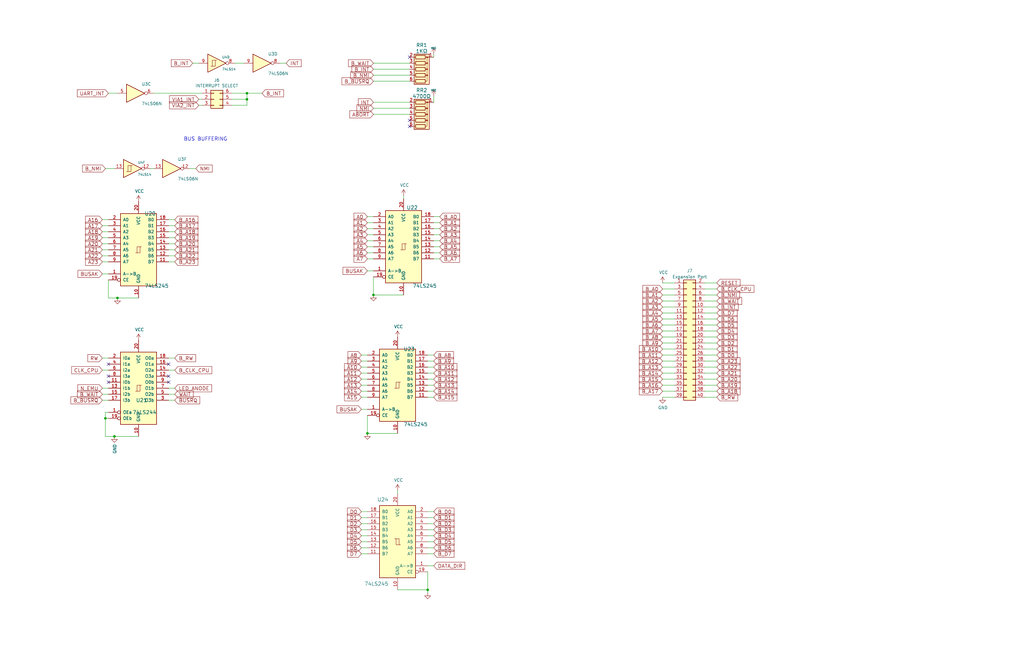
<source format=kicad_sch>
(kicad_sch (version 20230121) (generator eeschema)

  (uuid fdc57161-f7f8-4584-b0ec-8c1aa24339c6)

  (paper "B")

  (title_block
    (title "WE65816 - MARK2")
    (date "2024-09-07")
    (rev "V0.90")
  )

  (lib_symbols
    (symbol "74xx:74LS06N" (pin_names (offset 1.016)) (in_bom yes) (on_board yes)
      (property "Reference" "U" (at 0 1.27 0)
        (effects (font (size 1.27 1.27)))
      )
      (property "Value" "74LS06N" (at 0 -1.27 0)
        (effects (font (size 1.27 1.27)))
      )
      (property "Footprint" "" (at 0 0 0)
        (effects (font (size 1.27 1.27)) hide)
      )
      (property "Datasheet" "http://www.ti.com/lit/gpn/sn74LS06N" (at 0 0 0)
        (effects (font (size 1.27 1.27)) hide)
      )
      (property "ki_locked" "" (at 0 0 0)
        (effects (font (size 1.27 1.27)))
      )
      (property "ki_keywords" "TTL not inv OpenCol" (at 0 0 0)
        (effects (font (size 1.27 1.27)) hide)
      )
      (property "ki_description" "Inverter Open Collect" (at 0 0 0)
        (effects (font (size 1.27 1.27)) hide)
      )
      (property "ki_fp_filters" "DIP*W7.62mm*" (at 0 0 0)
        (effects (font (size 1.27 1.27)) hide)
      )
      (symbol "74LS06N_1_0"
        (polyline
          (pts
            (xy -3.81 3.81)
            (xy -3.81 -3.81)
            (xy 3.81 0)
            (xy -3.81 3.81)
          )
          (stroke (width 0.254) (type default))
          (fill (type background))
        )
        (pin input line (at -7.62 0 0) (length 3.81)
          (name "~" (effects (font (size 1.27 1.27))))
          (number "1" (effects (font (size 1.27 1.27))))
        )
        (pin open_collector inverted (at 7.62 0 180) (length 3.81)
          (name "~" (effects (font (size 1.27 1.27))))
          (number "2" (effects (font (size 1.27 1.27))))
        )
      )
      (symbol "74LS06N_2_0"
        (polyline
          (pts
            (xy -3.81 3.81)
            (xy -3.81 -3.81)
            (xy 3.81 0)
            (xy -3.81 3.81)
          )
          (stroke (width 0.254) (type default))
          (fill (type background))
        )
        (pin input line (at -7.62 0 0) (length 3.81)
          (name "~" (effects (font (size 1.27 1.27))))
          (number "3" (effects (font (size 1.27 1.27))))
        )
        (pin open_collector inverted (at 7.62 0 180) (length 3.81)
          (name "~" (effects (font (size 1.27 1.27))))
          (number "4" (effects (font (size 1.27 1.27))))
        )
      )
      (symbol "74LS06N_3_0"
        (polyline
          (pts
            (xy -3.81 3.81)
            (xy -3.81 -3.81)
            (xy 3.81 0)
            (xy -3.81 3.81)
          )
          (stroke (width 0.254) (type default))
          (fill (type background))
        )
        (pin input line (at -7.62 0 0) (length 3.81)
          (name "~" (effects (font (size 1.27 1.27))))
          (number "5" (effects (font (size 1.27 1.27))))
        )
        (pin open_collector inverted (at 7.62 0 180) (length 3.81)
          (name "~" (effects (font (size 1.27 1.27))))
          (number "6" (effects (font (size 1.27 1.27))))
        )
      )
      (symbol "74LS06N_4_0"
        (polyline
          (pts
            (xy -3.81 3.81)
            (xy -3.81 -3.81)
            (xy 3.81 0)
            (xy -3.81 3.81)
          )
          (stroke (width 0.254) (type default))
          (fill (type background))
        )
        (pin open_collector inverted (at 7.62 0 180) (length 3.81)
          (name "~" (effects (font (size 1.27 1.27))))
          (number "8" (effects (font (size 1.27 1.27))))
        )
        (pin input line (at -7.62 0 0) (length 3.81)
          (name "~" (effects (font (size 1.27 1.27))))
          (number "9" (effects (font (size 1.27 1.27))))
        )
      )
      (symbol "74LS06N_5_0"
        (polyline
          (pts
            (xy -3.81 3.81)
            (xy -3.81 -3.81)
            (xy 3.81 0)
            (xy -3.81 3.81)
          )
          (stroke (width 0.254) (type default))
          (fill (type background))
        )
        (pin open_collector inverted (at 7.62 0 180) (length 3.81)
          (name "~" (effects (font (size 1.27 1.27))))
          (number "10" (effects (font (size 1.27 1.27))))
        )
        (pin input line (at -7.62 0 0) (length 3.81)
          (name "~" (effects (font (size 1.27 1.27))))
          (number "11" (effects (font (size 1.27 1.27))))
        )
      )
      (symbol "74LS06N_6_0"
        (polyline
          (pts
            (xy -3.81 3.81)
            (xy -3.81 -3.81)
            (xy 3.81 0)
            (xy -3.81 3.81)
          )
          (stroke (width 0.254) (type default))
          (fill (type background))
        )
        (pin open_collector inverted (at 7.62 0 180) (length 3.81)
          (name "~" (effects (font (size 1.27 1.27))))
          (number "12" (effects (font (size 1.27 1.27))))
        )
        (pin input line (at -7.62 0 0) (length 3.81)
          (name "~" (effects (font (size 1.27 1.27))))
          (number "13" (effects (font (size 1.27 1.27))))
        )
      )
      (symbol "74LS06N_7_0"
        (pin power_in line (at 0 12.7 270) (length 5.08)
          (name "VCC" (effects (font (size 1.27 1.27))))
          (number "14" (effects (font (size 1.27 1.27))))
        )
        (pin power_in line (at 0 -12.7 90) (length 5.08)
          (name "GND" (effects (font (size 1.27 1.27))))
          (number "7" (effects (font (size 1.27 1.27))))
        )
      )
      (symbol "74LS06N_7_1"
        (rectangle (start -5.08 7.62) (end 5.08 -7.62)
          (stroke (width 0.254) (type default))
          (fill (type background))
        )
      )
    )
    (symbol "74xx:74LS14" (pin_names (offset 1.016)) (in_bom yes) (on_board yes)
      (property "Reference" "U" (at 0 1.27 0)
        (effects (font (size 1.27 1.27)))
      )
      (property "Value" "74LS14" (at 0 -1.27 0)
        (effects (font (size 1.27 1.27)))
      )
      (property "Footprint" "" (at 0 0 0)
        (effects (font (size 1.27 1.27)) hide)
      )
      (property "Datasheet" "http://www.ti.com/lit/gpn/sn74LS14" (at 0 0 0)
        (effects (font (size 1.27 1.27)) hide)
      )
      (property "ki_locked" "" (at 0 0 0)
        (effects (font (size 1.27 1.27)))
      )
      (property "ki_keywords" "TTL not inverter" (at 0 0 0)
        (effects (font (size 1.27 1.27)) hide)
      )
      (property "ki_description" "Hex inverter schmitt trigger" (at 0 0 0)
        (effects (font (size 1.27 1.27)) hide)
      )
      (property "ki_fp_filters" "DIP*W7.62mm*" (at 0 0 0)
        (effects (font (size 1.27 1.27)) hide)
      )
      (symbol "74LS14_1_0"
        (polyline
          (pts
            (xy -3.81 3.81)
            (xy -3.81 -3.81)
            (xy 3.81 0)
            (xy -3.81 3.81)
          )
          (stroke (width 0.254) (type default))
          (fill (type background))
        )
        (pin input line (at -7.62 0 0) (length 3.81)
          (name "~" (effects (font (size 1.27 1.27))))
          (number "1" (effects (font (size 1.27 1.27))))
        )
        (pin output inverted (at 7.62 0 180) (length 3.81)
          (name "~" (effects (font (size 1.27 1.27))))
          (number "2" (effects (font (size 1.27 1.27))))
        )
      )
      (symbol "74LS14_1_1"
        (polyline
          (pts
            (xy -1.905 -1.27)
            (xy -1.905 1.27)
            (xy -0.635 1.27)
          )
          (stroke (width 0) (type default))
          (fill (type none))
        )
        (polyline
          (pts
            (xy -2.54 -1.27)
            (xy -0.635 -1.27)
            (xy -0.635 1.27)
            (xy 0 1.27)
          )
          (stroke (width 0) (type default))
          (fill (type none))
        )
      )
      (symbol "74LS14_2_0"
        (polyline
          (pts
            (xy -3.81 3.81)
            (xy -3.81 -3.81)
            (xy 3.81 0)
            (xy -3.81 3.81)
          )
          (stroke (width 0.254) (type default))
          (fill (type background))
        )
        (pin input line (at -7.62 0 0) (length 3.81)
          (name "~" (effects (font (size 1.27 1.27))))
          (number "3" (effects (font (size 1.27 1.27))))
        )
        (pin output inverted (at 7.62 0 180) (length 3.81)
          (name "~" (effects (font (size 1.27 1.27))))
          (number "4" (effects (font (size 1.27 1.27))))
        )
      )
      (symbol "74LS14_2_1"
        (polyline
          (pts
            (xy -1.905 -1.27)
            (xy -1.905 1.27)
            (xy -0.635 1.27)
          )
          (stroke (width 0) (type default))
          (fill (type none))
        )
        (polyline
          (pts
            (xy -2.54 -1.27)
            (xy -0.635 -1.27)
            (xy -0.635 1.27)
            (xy 0 1.27)
          )
          (stroke (width 0) (type default))
          (fill (type none))
        )
      )
      (symbol "74LS14_3_0"
        (polyline
          (pts
            (xy -3.81 3.81)
            (xy -3.81 -3.81)
            (xy 3.81 0)
            (xy -3.81 3.81)
          )
          (stroke (width 0.254) (type default))
          (fill (type background))
        )
        (pin input line (at -7.62 0 0) (length 3.81)
          (name "~" (effects (font (size 1.27 1.27))))
          (number "5" (effects (font (size 1.27 1.27))))
        )
        (pin output inverted (at 7.62 0 180) (length 3.81)
          (name "~" (effects (font (size 1.27 1.27))))
          (number "6" (effects (font (size 1.27 1.27))))
        )
      )
      (symbol "74LS14_3_1"
        (polyline
          (pts
            (xy -1.905 -1.27)
            (xy -1.905 1.27)
            (xy -0.635 1.27)
          )
          (stroke (width 0) (type default))
          (fill (type none))
        )
        (polyline
          (pts
            (xy -2.54 -1.27)
            (xy -0.635 -1.27)
            (xy -0.635 1.27)
            (xy 0 1.27)
          )
          (stroke (width 0) (type default))
          (fill (type none))
        )
      )
      (symbol "74LS14_4_0"
        (polyline
          (pts
            (xy -3.81 3.81)
            (xy -3.81 -3.81)
            (xy 3.81 0)
            (xy -3.81 3.81)
          )
          (stroke (width 0.254) (type default))
          (fill (type background))
        )
        (pin output inverted (at 7.62 0 180) (length 3.81)
          (name "~" (effects (font (size 1.27 1.27))))
          (number "8" (effects (font (size 1.27 1.27))))
        )
        (pin input line (at -7.62 0 0) (length 3.81)
          (name "~" (effects (font (size 1.27 1.27))))
          (number "9" (effects (font (size 1.27 1.27))))
        )
      )
      (symbol "74LS14_4_1"
        (polyline
          (pts
            (xy -1.905 -1.27)
            (xy -1.905 1.27)
            (xy -0.635 1.27)
          )
          (stroke (width 0) (type default))
          (fill (type none))
        )
        (polyline
          (pts
            (xy -2.54 -1.27)
            (xy -0.635 -1.27)
            (xy -0.635 1.27)
            (xy 0 1.27)
          )
          (stroke (width 0) (type default))
          (fill (type none))
        )
      )
      (symbol "74LS14_5_0"
        (polyline
          (pts
            (xy -3.81 3.81)
            (xy -3.81 -3.81)
            (xy 3.81 0)
            (xy -3.81 3.81)
          )
          (stroke (width 0.254) (type default))
          (fill (type background))
        )
        (pin output inverted (at 7.62 0 180) (length 3.81)
          (name "~" (effects (font (size 1.27 1.27))))
          (number "10" (effects (font (size 1.27 1.27))))
        )
        (pin input line (at -7.62 0 0) (length 3.81)
          (name "~" (effects (font (size 1.27 1.27))))
          (number "11" (effects (font (size 1.27 1.27))))
        )
      )
      (symbol "74LS14_5_1"
        (polyline
          (pts
            (xy -1.905 -1.27)
            (xy -1.905 1.27)
            (xy -0.635 1.27)
          )
          (stroke (width 0) (type default))
          (fill (type none))
        )
        (polyline
          (pts
            (xy -2.54 -1.27)
            (xy -0.635 -1.27)
            (xy -0.635 1.27)
            (xy 0 1.27)
          )
          (stroke (width 0) (type default))
          (fill (type none))
        )
      )
      (symbol "74LS14_6_0"
        (polyline
          (pts
            (xy -3.81 3.81)
            (xy -3.81 -3.81)
            (xy 3.81 0)
            (xy -3.81 3.81)
          )
          (stroke (width 0.254) (type default))
          (fill (type background))
        )
        (pin output inverted (at 7.62 0 180) (length 3.81)
          (name "~" (effects (font (size 1.27 1.27))))
          (number "12" (effects (font (size 1.27 1.27))))
        )
        (pin input line (at -7.62 0 0) (length 3.81)
          (name "~" (effects (font (size 1.27 1.27))))
          (number "13" (effects (font (size 1.27 1.27))))
        )
      )
      (symbol "74LS14_6_1"
        (polyline
          (pts
            (xy -1.905 -1.27)
            (xy -1.905 1.27)
            (xy -0.635 1.27)
          )
          (stroke (width 0) (type default))
          (fill (type none))
        )
        (polyline
          (pts
            (xy -2.54 -1.27)
            (xy -0.635 -1.27)
            (xy -0.635 1.27)
            (xy 0 1.27)
          )
          (stroke (width 0) (type default))
          (fill (type none))
        )
      )
      (symbol "74LS14_7_0"
        (pin power_in line (at 0 12.7 270) (length 5.08)
          (name "VCC" (effects (font (size 1.27 1.27))))
          (number "14" (effects (font (size 1.27 1.27))))
        )
        (pin power_in line (at 0 -12.7 90) (length 5.08)
          (name "GND" (effects (font (size 1.27 1.27))))
          (number "7" (effects (font (size 1.27 1.27))))
        )
      )
      (symbol "74LS14_7_1"
        (rectangle (start -5.08 7.62) (end 5.08 -7.62)
          (stroke (width 0.254) (type default))
          (fill (type background))
        )
      )
    )
    (symbol "74xx:74LS244" (pin_names (offset 1.016)) (in_bom yes) (on_board yes)
      (property "Reference" "U" (at -7.62 16.51 0)
        (effects (font (size 1.27 1.27)))
      )
      (property "Value" "74LS244" (at -7.62 -16.51 0)
        (effects (font (size 1.27 1.27)))
      )
      (property "Footprint" "" (at 0 0 0)
        (effects (font (size 1.27 1.27)) hide)
      )
      (property "Datasheet" "http://www.ti.com/lit/ds/symlink/sn74ls244.pdf" (at 0 0 0)
        (effects (font (size 1.27 1.27)) hide)
      )
      (property "ki_keywords" "7400 logic ttl low power schottky" (at 0 0 0)
        (effects (font (size 1.27 1.27)) hide)
      )
      (property "ki_description" "Octal Buffer and Line Driver With 3-State Output, active-low enables, non-inverting outputs" (at 0 0 0)
        (effects (font (size 1.27 1.27)) hide)
      )
      (property "ki_fp_filters" "DIP?20*" (at 0 0 0)
        (effects (font (size 1.27 1.27)) hide)
      )
      (symbol "74LS244_1_0"
        (polyline
          (pts
            (xy -0.635 -1.27)
            (xy -0.635 1.27)
            (xy 0.635 1.27)
          )
          (stroke (width 0) (type default))
          (fill (type none))
        )
        (polyline
          (pts
            (xy -1.27 -1.27)
            (xy 0.635 -1.27)
            (xy 0.635 1.27)
            (xy 1.27 1.27)
          )
          (stroke (width 0) (type default))
          (fill (type none))
        )
        (pin input inverted (at -12.7 -10.16 0) (length 5.08)
          (name "OEa" (effects (font (size 1.27 1.27))))
          (number "1" (effects (font (size 1.27 1.27))))
        )
        (pin power_in line (at 0 -20.32 90) (length 5.08)
          (name "GND" (effects (font (size 1.27 1.27))))
          (number "10" (effects (font (size 1.27 1.27))))
        )
        (pin input line (at -12.7 2.54 0) (length 5.08)
          (name "I0b" (effects (font (size 1.27 1.27))))
          (number "11" (effects (font (size 1.27 1.27))))
        )
        (pin tri_state line (at 12.7 5.08 180) (length 5.08)
          (name "O3a" (effects (font (size 1.27 1.27))))
          (number "12" (effects (font (size 1.27 1.27))))
        )
        (pin input line (at -12.7 0 0) (length 5.08)
          (name "I1b" (effects (font (size 1.27 1.27))))
          (number "13" (effects (font (size 1.27 1.27))))
        )
        (pin tri_state line (at 12.7 7.62 180) (length 5.08)
          (name "O2a" (effects (font (size 1.27 1.27))))
          (number "14" (effects (font (size 1.27 1.27))))
        )
        (pin input line (at -12.7 -2.54 0) (length 5.08)
          (name "I2b" (effects (font (size 1.27 1.27))))
          (number "15" (effects (font (size 1.27 1.27))))
        )
        (pin tri_state line (at 12.7 10.16 180) (length 5.08)
          (name "O1a" (effects (font (size 1.27 1.27))))
          (number "16" (effects (font (size 1.27 1.27))))
        )
        (pin input line (at -12.7 -5.08 0) (length 5.08)
          (name "I3b" (effects (font (size 1.27 1.27))))
          (number "17" (effects (font (size 1.27 1.27))))
        )
        (pin tri_state line (at 12.7 12.7 180) (length 5.08)
          (name "O0a" (effects (font (size 1.27 1.27))))
          (number "18" (effects (font (size 1.27 1.27))))
        )
        (pin input inverted (at -12.7 -12.7 0) (length 5.08)
          (name "OEb" (effects (font (size 1.27 1.27))))
          (number "19" (effects (font (size 1.27 1.27))))
        )
        (pin input line (at -12.7 12.7 0) (length 5.08)
          (name "I0a" (effects (font (size 1.27 1.27))))
          (number "2" (effects (font (size 1.27 1.27))))
        )
        (pin power_in line (at 0 20.32 270) (length 5.08)
          (name "VCC" (effects (font (size 1.27 1.27))))
          (number "20" (effects (font (size 1.27 1.27))))
        )
        (pin tri_state line (at 12.7 -5.08 180) (length 5.08)
          (name "O3b" (effects (font (size 1.27 1.27))))
          (number "3" (effects (font (size 1.27 1.27))))
        )
        (pin input line (at -12.7 10.16 0) (length 5.08)
          (name "I1a" (effects (font (size 1.27 1.27))))
          (number "4" (effects (font (size 1.27 1.27))))
        )
        (pin tri_state line (at 12.7 -2.54 180) (length 5.08)
          (name "O2b" (effects (font (size 1.27 1.27))))
          (number "5" (effects (font (size 1.27 1.27))))
        )
        (pin input line (at -12.7 7.62 0) (length 5.08)
          (name "I2a" (effects (font (size 1.27 1.27))))
          (number "6" (effects (font (size 1.27 1.27))))
        )
        (pin tri_state line (at 12.7 0 180) (length 5.08)
          (name "O1b" (effects (font (size 1.27 1.27))))
          (number "7" (effects (font (size 1.27 1.27))))
        )
        (pin input line (at -12.7 5.08 0) (length 5.08)
          (name "I3a" (effects (font (size 1.27 1.27))))
          (number "8" (effects (font (size 1.27 1.27))))
        )
        (pin tri_state line (at 12.7 2.54 180) (length 5.08)
          (name "O0b" (effects (font (size 1.27 1.27))))
          (number "9" (effects (font (size 1.27 1.27))))
        )
      )
      (symbol "74LS244_1_1"
        (rectangle (start -7.62 15.24) (end 7.62 -15.24)
          (stroke (width 0.254) (type default))
          (fill (type background))
        )
      )
    )
    (symbol "74xx:74LS245" (pin_names (offset 1.016)) (in_bom yes) (on_board yes)
      (property "Reference" "U" (at -7.62 16.51 0)
        (effects (font (size 1.27 1.27)))
      )
      (property "Value" "74LS245" (at -7.62 -16.51 0)
        (effects (font (size 1.27 1.27)))
      )
      (property "Footprint" "" (at 0 0 0)
        (effects (font (size 1.27 1.27)) hide)
      )
      (property "Datasheet" "http://www.ti.com/lit/gpn/sn74LS245" (at 0 0 0)
        (effects (font (size 1.27 1.27)) hide)
      )
      (property "ki_locked" "" (at 0 0 0)
        (effects (font (size 1.27 1.27)))
      )
      (property "ki_keywords" "TTL BUS 3State" (at 0 0 0)
        (effects (font (size 1.27 1.27)) hide)
      )
      (property "ki_description" "Octal BUS Transceivers, 3-State outputs" (at 0 0 0)
        (effects (font (size 1.27 1.27)) hide)
      )
      (property "ki_fp_filters" "DIP?20*" (at 0 0 0)
        (effects (font (size 1.27 1.27)) hide)
      )
      (symbol "74LS245_1_0"
        (polyline
          (pts
            (xy -0.635 -1.27)
            (xy -0.635 1.27)
            (xy 0.635 1.27)
          )
          (stroke (width 0) (type default))
          (fill (type none))
        )
        (polyline
          (pts
            (xy -1.27 -1.27)
            (xy 0.635 -1.27)
            (xy 0.635 1.27)
            (xy 1.27 1.27)
          )
          (stroke (width 0) (type default))
          (fill (type none))
        )
        (pin input line (at -12.7 -10.16 0) (length 5.08)
          (name "A->B" (effects (font (size 1.27 1.27))))
          (number "1" (effects (font (size 1.27 1.27))))
        )
        (pin power_in line (at 0 -20.32 90) (length 5.08)
          (name "GND" (effects (font (size 1.27 1.27))))
          (number "10" (effects (font (size 1.27 1.27))))
        )
        (pin tri_state line (at 12.7 -5.08 180) (length 5.08)
          (name "B7" (effects (font (size 1.27 1.27))))
          (number "11" (effects (font (size 1.27 1.27))))
        )
        (pin tri_state line (at 12.7 -2.54 180) (length 5.08)
          (name "B6" (effects (font (size 1.27 1.27))))
          (number "12" (effects (font (size 1.27 1.27))))
        )
        (pin tri_state line (at 12.7 0 180) (length 5.08)
          (name "B5" (effects (font (size 1.27 1.27))))
          (number "13" (effects (font (size 1.27 1.27))))
        )
        (pin tri_state line (at 12.7 2.54 180) (length 5.08)
          (name "B4" (effects (font (size 1.27 1.27))))
          (number "14" (effects (font (size 1.27 1.27))))
        )
        (pin tri_state line (at 12.7 5.08 180) (length 5.08)
          (name "B3" (effects (font (size 1.27 1.27))))
          (number "15" (effects (font (size 1.27 1.27))))
        )
        (pin tri_state line (at 12.7 7.62 180) (length 5.08)
          (name "B2" (effects (font (size 1.27 1.27))))
          (number "16" (effects (font (size 1.27 1.27))))
        )
        (pin tri_state line (at 12.7 10.16 180) (length 5.08)
          (name "B1" (effects (font (size 1.27 1.27))))
          (number "17" (effects (font (size 1.27 1.27))))
        )
        (pin tri_state line (at 12.7 12.7 180) (length 5.08)
          (name "B0" (effects (font (size 1.27 1.27))))
          (number "18" (effects (font (size 1.27 1.27))))
        )
        (pin input inverted (at -12.7 -12.7 0) (length 5.08)
          (name "CE" (effects (font (size 1.27 1.27))))
          (number "19" (effects (font (size 1.27 1.27))))
        )
        (pin tri_state line (at -12.7 12.7 0) (length 5.08)
          (name "A0" (effects (font (size 1.27 1.27))))
          (number "2" (effects (font (size 1.27 1.27))))
        )
        (pin power_in line (at 0 20.32 270) (length 5.08)
          (name "VCC" (effects (font (size 1.27 1.27))))
          (number "20" (effects (font (size 1.27 1.27))))
        )
        (pin tri_state line (at -12.7 10.16 0) (length 5.08)
          (name "A1" (effects (font (size 1.27 1.27))))
          (number "3" (effects (font (size 1.27 1.27))))
        )
        (pin tri_state line (at -12.7 7.62 0) (length 5.08)
          (name "A2" (effects (font (size 1.27 1.27))))
          (number "4" (effects (font (size 1.27 1.27))))
        )
        (pin tri_state line (at -12.7 5.08 0) (length 5.08)
          (name "A3" (effects (font (size 1.27 1.27))))
          (number "5" (effects (font (size 1.27 1.27))))
        )
        (pin tri_state line (at -12.7 2.54 0) (length 5.08)
          (name "A4" (effects (font (size 1.27 1.27))))
          (number "6" (effects (font (size 1.27 1.27))))
        )
        (pin tri_state line (at -12.7 0 0) (length 5.08)
          (name "A5" (effects (font (size 1.27 1.27))))
          (number "7" (effects (font (size 1.27 1.27))))
        )
        (pin tri_state line (at -12.7 -2.54 0) (length 5.08)
          (name "A6" (effects (font (size 1.27 1.27))))
          (number "8" (effects (font (size 1.27 1.27))))
        )
        (pin tri_state line (at -12.7 -5.08 0) (length 5.08)
          (name "A7" (effects (font (size 1.27 1.27))))
          (number "9" (effects (font (size 1.27 1.27))))
        )
      )
      (symbol "74LS245_1_1"
        (rectangle (start -7.62 15.24) (end 7.62 -15.24)
          (stroke (width 0.254) (type default))
          (fill (type background))
        )
      )
    )
    (symbol "Connector_Generic:Conn_02x03_Counter_Clockwise" (pin_names (offset 1.016) hide) (in_bom yes) (on_board yes)
      (property "Reference" "J" (at 1.27 5.08 0)
        (effects (font (size 1.27 1.27)))
      )
      (property "Value" "Conn_02x03_Counter_Clockwise" (at 1.27 -5.08 0)
        (effects (font (size 1.27 1.27)))
      )
      (property "Footprint" "" (at 0 0 0)
        (effects (font (size 1.27 1.27)) hide)
      )
      (property "Datasheet" "~" (at 0 0 0)
        (effects (font (size 1.27 1.27)) hide)
      )
      (property "ki_keywords" "connector" (at 0 0 0)
        (effects (font (size 1.27 1.27)) hide)
      )
      (property "ki_description" "Generic connector, double row, 02x03, counter clockwise pin numbering scheme (similar to DIP package numbering), script generated (kicad-library-utils/schlib/autogen/connector/)" (at 0 0 0)
        (effects (font (size 1.27 1.27)) hide)
      )
      (property "ki_fp_filters" "Connector*:*_2x??_*" (at 0 0 0)
        (effects (font (size 1.27 1.27)) hide)
      )
      (symbol "Conn_02x03_Counter_Clockwise_1_1"
        (rectangle (start -1.27 -2.413) (end 0 -2.667)
          (stroke (width 0.1524) (type default))
          (fill (type none))
        )
        (rectangle (start -1.27 0.127) (end 0 -0.127)
          (stroke (width 0.1524) (type default))
          (fill (type none))
        )
        (rectangle (start -1.27 2.667) (end 0 2.413)
          (stroke (width 0.1524) (type default))
          (fill (type none))
        )
        (rectangle (start -1.27 3.81) (end 3.81 -3.81)
          (stroke (width 0.254) (type default))
          (fill (type background))
        )
        (rectangle (start 3.81 -2.413) (end 2.54 -2.667)
          (stroke (width 0.1524) (type default))
          (fill (type none))
        )
        (rectangle (start 3.81 0.127) (end 2.54 -0.127)
          (stroke (width 0.1524) (type default))
          (fill (type none))
        )
        (rectangle (start 3.81 2.667) (end 2.54 2.413)
          (stroke (width 0.1524) (type default))
          (fill (type none))
        )
        (pin passive line (at -5.08 2.54 0) (length 3.81)
          (name "Pin_1" (effects (font (size 1.27 1.27))))
          (number "1" (effects (font (size 1.27 1.27))))
        )
        (pin passive line (at -5.08 0 0) (length 3.81)
          (name "Pin_2" (effects (font (size 1.27 1.27))))
          (number "2" (effects (font (size 1.27 1.27))))
        )
        (pin passive line (at -5.08 -2.54 0) (length 3.81)
          (name "Pin_3" (effects (font (size 1.27 1.27))))
          (number "3" (effects (font (size 1.27 1.27))))
        )
        (pin passive line (at 7.62 -2.54 180) (length 3.81)
          (name "Pin_4" (effects (font (size 1.27 1.27))))
          (number "4" (effects (font (size 1.27 1.27))))
        )
        (pin passive line (at 7.62 0 180) (length 3.81)
          (name "Pin_5" (effects (font (size 1.27 1.27))))
          (number "5" (effects (font (size 1.27 1.27))))
        )
        (pin passive line (at 7.62 2.54 180) (length 3.81)
          (name "Pin_6" (effects (font (size 1.27 1.27))))
          (number "6" (effects (font (size 1.27 1.27))))
        )
      )
    )
    (symbol "Connector_Generic:Conn_02x20_Odd_Even" (pin_names (offset 1.016) hide) (in_bom yes) (on_board yes)
      (property "Reference" "J" (at 1.27 25.4 0)
        (effects (font (size 1.27 1.27)))
      )
      (property "Value" "Conn_02x20_Odd_Even" (at 1.27 -27.94 0)
        (effects (font (size 1.27 1.27)))
      )
      (property "Footprint" "" (at 0 0 0)
        (effects (font (size 1.27 1.27)) hide)
      )
      (property "Datasheet" "~" (at 0 0 0)
        (effects (font (size 1.27 1.27)) hide)
      )
      (property "ki_keywords" "connector" (at 0 0 0)
        (effects (font (size 1.27 1.27)) hide)
      )
      (property "ki_description" "Generic connector, double row, 02x20, odd/even pin numbering scheme (row 1 odd numbers, row 2 even numbers), script generated (kicad-library-utils/schlib/autogen/connector/)" (at 0 0 0)
        (effects (font (size 1.27 1.27)) hide)
      )
      (property "ki_fp_filters" "Connector*:*_2x??_*" (at 0 0 0)
        (effects (font (size 1.27 1.27)) hide)
      )
      (symbol "Conn_02x20_Odd_Even_1_1"
        (rectangle (start -1.27 -25.273) (end 0 -25.527)
          (stroke (width 0.1524) (type default))
          (fill (type none))
        )
        (rectangle (start -1.27 -22.733) (end 0 -22.987)
          (stroke (width 0.1524) (type default))
          (fill (type none))
        )
        (rectangle (start -1.27 -20.193) (end 0 -20.447)
          (stroke (width 0.1524) (type default))
          (fill (type none))
        )
        (rectangle (start -1.27 -17.653) (end 0 -17.907)
          (stroke (width 0.1524) (type default))
          (fill (type none))
        )
        (rectangle (start -1.27 -15.113) (end 0 -15.367)
          (stroke (width 0.1524) (type default))
          (fill (type none))
        )
        (rectangle (start -1.27 -12.573) (end 0 -12.827)
          (stroke (width 0.1524) (type default))
          (fill (type none))
        )
        (rectangle (start -1.27 -10.033) (end 0 -10.287)
          (stroke (width 0.1524) (type default))
          (fill (type none))
        )
        (rectangle (start -1.27 -7.493) (end 0 -7.747)
          (stroke (width 0.1524) (type default))
          (fill (type none))
        )
        (rectangle (start -1.27 -4.953) (end 0 -5.207)
          (stroke (width 0.1524) (type default))
          (fill (type none))
        )
        (rectangle (start -1.27 -2.413) (end 0 -2.667)
          (stroke (width 0.1524) (type default))
          (fill (type none))
        )
        (rectangle (start -1.27 0.127) (end 0 -0.127)
          (stroke (width 0.1524) (type default))
          (fill (type none))
        )
        (rectangle (start -1.27 2.667) (end 0 2.413)
          (stroke (width 0.1524) (type default))
          (fill (type none))
        )
        (rectangle (start -1.27 5.207) (end 0 4.953)
          (stroke (width 0.1524) (type default))
          (fill (type none))
        )
        (rectangle (start -1.27 7.747) (end 0 7.493)
          (stroke (width 0.1524) (type default))
          (fill (type none))
        )
        (rectangle (start -1.27 10.287) (end 0 10.033)
          (stroke (width 0.1524) (type default))
          (fill (type none))
        )
        (rectangle (start -1.27 12.827) (end 0 12.573)
          (stroke (width 0.1524) (type default))
          (fill (type none))
        )
        (rectangle (start -1.27 15.367) (end 0 15.113)
          (stroke (width 0.1524) (type default))
          (fill (type none))
        )
        (rectangle (start -1.27 17.907) (end 0 17.653)
          (stroke (width 0.1524) (type default))
          (fill (type none))
        )
        (rectangle (start -1.27 20.447) (end 0 20.193)
          (stroke (width 0.1524) (type default))
          (fill (type none))
        )
        (rectangle (start -1.27 22.987) (end 0 22.733)
          (stroke (width 0.1524) (type default))
          (fill (type none))
        )
        (rectangle (start -1.27 24.13) (end 3.81 -26.67)
          (stroke (width 0.254) (type default))
          (fill (type background))
        )
        (rectangle (start 3.81 -25.273) (end 2.54 -25.527)
          (stroke (width 0.1524) (type default))
          (fill (type none))
        )
        (rectangle (start 3.81 -22.733) (end 2.54 -22.987)
          (stroke (width 0.1524) (type default))
          (fill (type none))
        )
        (rectangle (start 3.81 -20.193) (end 2.54 -20.447)
          (stroke (width 0.1524) (type default))
          (fill (type none))
        )
        (rectangle (start 3.81 -17.653) (end 2.54 -17.907)
          (stroke (width 0.1524) (type default))
          (fill (type none))
        )
        (rectangle (start 3.81 -15.113) (end 2.54 -15.367)
          (stroke (width 0.1524) (type default))
          (fill (type none))
        )
        (rectangle (start 3.81 -12.573) (end 2.54 -12.827)
          (stroke (width 0.1524) (type default))
          (fill (type none))
        )
        (rectangle (start 3.81 -10.033) (end 2.54 -10.287)
          (stroke (width 0.1524) (type default))
          (fill (type none))
        )
        (rectangle (start 3.81 -7.493) (end 2.54 -7.747)
          (stroke (width 0.1524) (type default))
          (fill (type none))
        )
        (rectangle (start 3.81 -4.953) (end 2.54 -5.207)
          (stroke (width 0.1524) (type default))
          (fill (type none))
        )
        (rectangle (start 3.81 -2.413) (end 2.54 -2.667)
          (stroke (width 0.1524) (type default))
          (fill (type none))
        )
        (rectangle (start 3.81 0.127) (end 2.54 -0.127)
          (stroke (width 0.1524) (type default))
          (fill (type none))
        )
        (rectangle (start 3.81 2.667) (end 2.54 2.413)
          (stroke (width 0.1524) (type default))
          (fill (type none))
        )
        (rectangle (start 3.81 5.207) (end 2.54 4.953)
          (stroke (width 0.1524) (type default))
          (fill (type none))
        )
        (rectangle (start 3.81 7.747) (end 2.54 7.493)
          (stroke (width 0.1524) (type default))
          (fill (type none))
        )
        (rectangle (start 3.81 10.287) (end 2.54 10.033)
          (stroke (width 0.1524) (type default))
          (fill (type none))
        )
        (rectangle (start 3.81 12.827) (end 2.54 12.573)
          (stroke (width 0.1524) (type default))
          (fill (type none))
        )
        (rectangle (start 3.81 15.367) (end 2.54 15.113)
          (stroke (width 0.1524) (type default))
          (fill (type none))
        )
        (rectangle (start 3.81 17.907) (end 2.54 17.653)
          (stroke (width 0.1524) (type default))
          (fill (type none))
        )
        (rectangle (start 3.81 20.447) (end 2.54 20.193)
          (stroke (width 0.1524) (type default))
          (fill (type none))
        )
        (rectangle (start 3.81 22.987) (end 2.54 22.733)
          (stroke (width 0.1524) (type default))
          (fill (type none))
        )
        (pin passive line (at -5.08 22.86 0) (length 3.81)
          (name "Pin_1" (effects (font (size 1.27 1.27))))
          (number "1" (effects (font (size 1.27 1.27))))
        )
        (pin passive line (at 7.62 12.7 180) (length 3.81)
          (name "Pin_10" (effects (font (size 1.27 1.27))))
          (number "10" (effects (font (size 1.27 1.27))))
        )
        (pin passive line (at -5.08 10.16 0) (length 3.81)
          (name "Pin_11" (effects (font (size 1.27 1.27))))
          (number "11" (effects (font (size 1.27 1.27))))
        )
        (pin passive line (at 7.62 10.16 180) (length 3.81)
          (name "Pin_12" (effects (font (size 1.27 1.27))))
          (number "12" (effects (font (size 1.27 1.27))))
        )
        (pin passive line (at -5.08 7.62 0) (length 3.81)
          (name "Pin_13" (effects (font (size 1.27 1.27))))
          (number "13" (effects (font (size 1.27 1.27))))
        )
        (pin passive line (at 7.62 7.62 180) (length 3.81)
          (name "Pin_14" (effects (font (size 1.27 1.27))))
          (number "14" (effects (font (size 1.27 1.27))))
        )
        (pin passive line (at -5.08 5.08 0) (length 3.81)
          (name "Pin_15" (effects (font (size 1.27 1.27))))
          (number "15" (effects (font (size 1.27 1.27))))
        )
        (pin passive line (at 7.62 5.08 180) (length 3.81)
          (name "Pin_16" (effects (font (size 1.27 1.27))))
          (number "16" (effects (font (size 1.27 1.27))))
        )
        (pin passive line (at -5.08 2.54 0) (length 3.81)
          (name "Pin_17" (effects (font (size 1.27 1.27))))
          (number "17" (effects (font (size 1.27 1.27))))
        )
        (pin passive line (at 7.62 2.54 180) (length 3.81)
          (name "Pin_18" (effects (font (size 1.27 1.27))))
          (number "18" (effects (font (size 1.27 1.27))))
        )
        (pin passive line (at -5.08 0 0) (length 3.81)
          (name "Pin_19" (effects (font (size 1.27 1.27))))
          (number "19" (effects (font (size 1.27 1.27))))
        )
        (pin passive line (at 7.62 22.86 180) (length 3.81)
          (name "Pin_2" (effects (font (size 1.27 1.27))))
          (number "2" (effects (font (size 1.27 1.27))))
        )
        (pin passive line (at 7.62 0 180) (length 3.81)
          (name "Pin_20" (effects (font (size 1.27 1.27))))
          (number "20" (effects (font (size 1.27 1.27))))
        )
        (pin passive line (at -5.08 -2.54 0) (length 3.81)
          (name "Pin_21" (effects (font (size 1.27 1.27))))
          (number "21" (effects (font (size 1.27 1.27))))
        )
        (pin passive line (at 7.62 -2.54 180) (length 3.81)
          (name "Pin_22" (effects (font (size 1.27 1.27))))
          (number "22" (effects (font (size 1.27 1.27))))
        )
        (pin passive line (at -5.08 -5.08 0) (length 3.81)
          (name "Pin_23" (effects (font (size 1.27 1.27))))
          (number "23" (effects (font (size 1.27 1.27))))
        )
        (pin passive line (at 7.62 -5.08 180) (length 3.81)
          (name "Pin_24" (effects (font (size 1.27 1.27))))
          (number "24" (effects (font (size 1.27 1.27))))
        )
        (pin passive line (at -5.08 -7.62 0) (length 3.81)
          (name "Pin_25" (effects (font (size 1.27 1.27))))
          (number "25" (effects (font (size 1.27 1.27))))
        )
        (pin passive line (at 7.62 -7.62 180) (length 3.81)
          (name "Pin_26" (effects (font (size 1.27 1.27))))
          (number "26" (effects (font (size 1.27 1.27))))
        )
        (pin passive line (at -5.08 -10.16 0) (length 3.81)
          (name "Pin_27" (effects (font (size 1.27 1.27))))
          (number "27" (effects (font (size 1.27 1.27))))
        )
        (pin passive line (at 7.62 -10.16 180) (length 3.81)
          (name "Pin_28" (effects (font (size 1.27 1.27))))
          (number "28" (effects (font (size 1.27 1.27))))
        )
        (pin passive line (at -5.08 -12.7 0) (length 3.81)
          (name "Pin_29" (effects (font (size 1.27 1.27))))
          (number "29" (effects (font (size 1.27 1.27))))
        )
        (pin passive line (at -5.08 20.32 0) (length 3.81)
          (name "Pin_3" (effects (font (size 1.27 1.27))))
          (number "3" (effects (font (size 1.27 1.27))))
        )
        (pin passive line (at 7.62 -12.7 180) (length 3.81)
          (name "Pin_30" (effects (font (size 1.27 1.27))))
          (number "30" (effects (font (size 1.27 1.27))))
        )
        (pin passive line (at -5.08 -15.24 0) (length 3.81)
          (name "Pin_31" (effects (font (size 1.27 1.27))))
          (number "31" (effects (font (size 1.27 1.27))))
        )
        (pin passive line (at 7.62 -15.24 180) (length 3.81)
          (name "Pin_32" (effects (font (size 1.27 1.27))))
          (number "32" (effects (font (size 1.27 1.27))))
        )
        (pin passive line (at -5.08 -17.78 0) (length 3.81)
          (name "Pin_33" (effects (font (size 1.27 1.27))))
          (number "33" (effects (font (size 1.27 1.27))))
        )
        (pin passive line (at 7.62 -17.78 180) (length 3.81)
          (name "Pin_34" (effects (font (size 1.27 1.27))))
          (number "34" (effects (font (size 1.27 1.27))))
        )
        (pin passive line (at -5.08 -20.32 0) (length 3.81)
          (name "Pin_35" (effects (font (size 1.27 1.27))))
          (number "35" (effects (font (size 1.27 1.27))))
        )
        (pin passive line (at 7.62 -20.32 180) (length 3.81)
          (name "Pin_36" (effects (font (size 1.27 1.27))))
          (number "36" (effects (font (size 1.27 1.27))))
        )
        (pin passive line (at -5.08 -22.86 0) (length 3.81)
          (name "Pin_37" (effects (font (size 1.27 1.27))))
          (number "37" (effects (font (size 1.27 1.27))))
        )
        (pin passive line (at 7.62 -22.86 180) (length 3.81)
          (name "Pin_38" (effects (font (size 1.27 1.27))))
          (number "38" (effects (font (size 1.27 1.27))))
        )
        (pin passive line (at -5.08 -25.4 0) (length 3.81)
          (name "Pin_39" (effects (font (size 1.27 1.27))))
          (number "39" (effects (font (size 1.27 1.27))))
        )
        (pin passive line (at 7.62 20.32 180) (length 3.81)
          (name "Pin_4" (effects (font (size 1.27 1.27))))
          (number "4" (effects (font (size 1.27 1.27))))
        )
        (pin passive line (at 7.62 -25.4 180) (length 3.81)
          (name "Pin_40" (effects (font (size 1.27 1.27))))
          (number "40" (effects (font (size 1.27 1.27))))
        )
        (pin passive line (at -5.08 17.78 0) (length 3.81)
          (name "Pin_5" (effects (font (size 1.27 1.27))))
          (number "5" (effects (font (size 1.27 1.27))))
        )
        (pin passive line (at 7.62 17.78 180) (length 3.81)
          (name "Pin_6" (effects (font (size 1.27 1.27))))
          (number "6" (effects (font (size 1.27 1.27))))
        )
        (pin passive line (at -5.08 15.24 0) (length 3.81)
          (name "Pin_7" (effects (font (size 1.27 1.27))))
          (number "7" (effects (font (size 1.27 1.27))))
        )
        (pin passive line (at 7.62 15.24 180) (length 3.81)
          (name "Pin_8" (effects (font (size 1.27 1.27))))
          (number "8" (effects (font (size 1.27 1.27))))
        )
        (pin passive line (at -5.08 12.7 0) (length 3.81)
          (name "Pin_9" (effects (font (size 1.27 1.27))))
          (number "9" (effects (font (size 1.27 1.27))))
        )
      )
    )
    (symbol "Device:R_Network05" (pin_names (offset 0) hide) (in_bom yes) (on_board yes)
      (property "Reference" "RN" (at -7.62 0 90)
        (effects (font (size 1.27 1.27)))
      )
      (property "Value" "R_Network05" (at 7.62 0 90)
        (effects (font (size 1.27 1.27)))
      )
      (property "Footprint" "Resistor_THT:R_Array_SIP6" (at 9.525 0 90)
        (effects (font (size 1.27 1.27)) hide)
      )
      (property "Datasheet" "http://www.vishay.com/docs/31509/csc.pdf" (at 0 0 0)
        (effects (font (size 1.27 1.27)) hide)
      )
      (property "ki_keywords" "R network star-topology" (at 0 0 0)
        (effects (font (size 1.27 1.27)) hide)
      )
      (property "ki_description" "5 resistor network, star topology, bussed resistors, small symbol" (at 0 0 0)
        (effects (font (size 1.27 1.27)) hide)
      )
      (property "ki_fp_filters" "R?Array?SIP*" (at 0 0 0)
        (effects (font (size 1.27 1.27)) hide)
      )
      (symbol "R_Network05_0_1"
        (rectangle (start -6.35 -3.175) (end 6.35 3.175)
          (stroke (width 0.254) (type default))
          (fill (type background))
        )
        (rectangle (start -5.842 1.524) (end -4.318 -2.54)
          (stroke (width 0.254) (type default))
          (fill (type none))
        )
        (circle (center -5.08 2.286) (radius 0.254)
          (stroke (width 0) (type default))
          (fill (type outline))
        )
        (rectangle (start -3.302 1.524) (end -1.778 -2.54)
          (stroke (width 0.254) (type default))
          (fill (type none))
        )
        (circle (center -2.54 2.286) (radius 0.254)
          (stroke (width 0) (type default))
          (fill (type outline))
        )
        (rectangle (start -0.762 1.524) (end 0.762 -2.54)
          (stroke (width 0.254) (type default))
          (fill (type none))
        )
        (polyline
          (pts
            (xy -5.08 -2.54)
            (xy -5.08 -3.81)
          )
          (stroke (width 0) (type default))
          (fill (type none))
        )
        (polyline
          (pts
            (xy -2.54 -2.54)
            (xy -2.54 -3.81)
          )
          (stroke (width 0) (type default))
          (fill (type none))
        )
        (polyline
          (pts
            (xy 0 -2.54)
            (xy 0 -3.81)
          )
          (stroke (width 0) (type default))
          (fill (type none))
        )
        (polyline
          (pts
            (xy 2.54 -2.54)
            (xy 2.54 -3.81)
          )
          (stroke (width 0) (type default))
          (fill (type none))
        )
        (polyline
          (pts
            (xy 5.08 -2.54)
            (xy 5.08 -3.81)
          )
          (stroke (width 0) (type default))
          (fill (type none))
        )
        (polyline
          (pts
            (xy -5.08 1.524)
            (xy -5.08 2.286)
            (xy -2.54 2.286)
            (xy -2.54 1.524)
          )
          (stroke (width 0) (type default))
          (fill (type none))
        )
        (polyline
          (pts
            (xy -2.54 1.524)
            (xy -2.54 2.286)
            (xy 0 2.286)
            (xy 0 1.524)
          )
          (stroke (width 0) (type default))
          (fill (type none))
        )
        (polyline
          (pts
            (xy 0 1.524)
            (xy 0 2.286)
            (xy 2.54 2.286)
            (xy 2.54 1.524)
          )
          (stroke (width 0) (type default))
          (fill (type none))
        )
        (polyline
          (pts
            (xy 2.54 1.524)
            (xy 2.54 2.286)
            (xy 5.08 2.286)
            (xy 5.08 1.524)
          )
          (stroke (width 0) (type default))
          (fill (type none))
        )
        (circle (center 0 2.286) (radius 0.254)
          (stroke (width 0) (type default))
          (fill (type outline))
        )
        (rectangle (start 1.778 1.524) (end 3.302 -2.54)
          (stroke (width 0.254) (type default))
          (fill (type none))
        )
        (circle (center 2.54 2.286) (radius 0.254)
          (stroke (width 0) (type default))
          (fill (type outline))
        )
        (rectangle (start 4.318 1.524) (end 5.842 -2.54)
          (stroke (width 0.254) (type default))
          (fill (type none))
        )
      )
      (symbol "R_Network05_1_1"
        (pin passive line (at -5.08 5.08 270) (length 2.54)
          (name "common" (effects (font (size 1.27 1.27))))
          (number "1" (effects (font (size 1.27 1.27))))
        )
        (pin passive line (at -5.08 -5.08 90) (length 1.27)
          (name "R1" (effects (font (size 1.27 1.27))))
          (number "2" (effects (font (size 1.27 1.27))))
        )
        (pin passive line (at -2.54 -5.08 90) (length 1.27)
          (name "R2" (effects (font (size 1.27 1.27))))
          (number "3" (effects (font (size 1.27 1.27))))
        )
        (pin passive line (at 0 -5.08 90) (length 1.27)
          (name "R3" (effects (font (size 1.27 1.27))))
          (number "4" (effects (font (size 1.27 1.27))))
        )
        (pin passive line (at 2.54 -5.08 90) (length 1.27)
          (name "R4" (effects (font (size 1.27 1.27))))
          (number "5" (effects (font (size 1.27 1.27))))
        )
        (pin passive line (at 5.08 -5.08 90) (length 1.27)
          (name "R5" (effects (font (size 1.27 1.27))))
          (number "6" (effects (font (size 1.27 1.27))))
        )
      )
    )
    (symbol "power:GND" (power) (pin_names (offset 0)) (in_bom yes) (on_board yes)
      (property "Reference" "#PWR" (at 0 -6.35 0)
        (effects (font (size 1.27 1.27)) hide)
      )
      (property "Value" "GND" (at 0 -3.81 0)
        (effects (font (size 1.27 1.27)))
      )
      (property "Footprint" "" (at 0 0 0)
        (effects (font (size 1.27 1.27)) hide)
      )
      (property "Datasheet" "" (at 0 0 0)
        (effects (font (size 1.27 1.27)) hide)
      )
      (property "ki_keywords" "global power" (at 0 0 0)
        (effects (font (size 1.27 1.27)) hide)
      )
      (property "ki_description" "Power symbol creates a global label with name \"GND\" , ground" (at 0 0 0)
        (effects (font (size 1.27 1.27)) hide)
      )
      (symbol "GND_0_1"
        (polyline
          (pts
            (xy 0 0)
            (xy 0 -1.27)
            (xy 1.27 -1.27)
            (xy 0 -2.54)
            (xy -1.27 -1.27)
            (xy 0 -1.27)
          )
          (stroke (width 0) (type default))
          (fill (type none))
        )
      )
      (symbol "GND_1_1"
        (pin power_in line (at 0 0 270) (length 0) hide
          (name "GND" (effects (font (size 1.27 1.27))))
          (number "1" (effects (font (size 1.27 1.27))))
        )
      )
    )
    (symbol "power:VCC" (power) (pin_names (offset 0)) (in_bom yes) (on_board yes)
      (property "Reference" "#PWR" (at 0 -3.81 0)
        (effects (font (size 1.27 1.27)) hide)
      )
      (property "Value" "VCC" (at 0 3.81 0)
        (effects (font (size 1.27 1.27)))
      )
      (property "Footprint" "" (at 0 0 0)
        (effects (font (size 1.27 1.27)) hide)
      )
      (property "Datasheet" "" (at 0 0 0)
        (effects (font (size 1.27 1.27)) hide)
      )
      (property "ki_keywords" "global power" (at 0 0 0)
        (effects (font (size 1.27 1.27)) hide)
      )
      (property "ki_description" "Power symbol creates a global label with name \"VCC\"" (at 0 0 0)
        (effects (font (size 1.27 1.27)) hide)
      )
      (symbol "VCC_0_1"
        (polyline
          (pts
            (xy -0.762 1.27)
            (xy 0 2.54)
          )
          (stroke (width 0) (type default))
          (fill (type none))
        )
        (polyline
          (pts
            (xy 0 0)
            (xy 0 2.54)
          )
          (stroke (width 0) (type default))
          (fill (type none))
        )
        (polyline
          (pts
            (xy 0 2.54)
            (xy 0.762 1.27)
          )
          (stroke (width 0) (type default))
          (fill (type none))
        )
      )
      (symbol "VCC_1_1"
        (pin power_in line (at 0 0 90) (length 0) hide
          (name "VCC" (effects (font (size 1.27 1.27))))
          (number "1" (effects (font (size 1.27 1.27))))
        )
      )
    )
  )

  (junction (at 104.14 39.37) (diameter 0) (color 0 0 0 0)
    (uuid 44a8a96b-3053-4222-9241-aa484f5ebe13)
  )
  (junction (at 154.94 182.88) (diameter 0) (color 0 0 0 0)
    (uuid 49f3d16b-82b8-4304-ad03-dd3113565ce1)
  )
  (junction (at 180.34 248.92) (diameter 0) (color 0 0 0 0)
    (uuid 65eade24-305f-4d6f-85b2-54259728f833)
  )
  (junction (at 48.26 184.15) (diameter 0) (color 0 0 0 0)
    (uuid 90a34631-df95-48a5-b021-3fff16f58b77)
  )
  (junction (at 44.45 176.53) (diameter 0) (color 0 0 0 0)
    (uuid 96e50875-ee15-455c-8971-e778ba03aa18)
  )
  (junction (at 157.48 124.46) (diameter 0) (color 0 0 0 0)
    (uuid 9bca7e18-032c-4a8a-b093-b503965c4dfd)
  )
  (junction (at 104.14 41.91) (diameter 0) (color 0 0 0 0)
    (uuid abe3c03e-744a-4406-8e50-6a10745f0c43)
  )
  (junction (at 49.53 125.73) (diameter 0) (color 0 0 0 0)
    (uuid dacb4653-ece4-4ee0-9a9a-eb7c513d20e2)
  )

  (no_connect (at 71.12 161.29) (uuid 0588e431-d56d-4df4-9ffd-6cd4bba412cb))
  (no_connect (at 172.72 50.8) (uuid 15e1670d-9e79-4a5e-88ad-fbbb238a3e8a))
  (no_connect (at 71.12 153.67) (uuid 296ded40-ed53-4798-8db4-dad7b794226b))
  (no_connect (at 45.72 158.75) (uuid 61fae217-e18a-4e68-8630-42cc06a8ba2f))
  (no_connect (at 45.72 153.67) (uuid 927b1eb6-e6f4-412f-9a58-8dc81a4889a0))
  (no_connect (at 71.12 158.75) (uuid cce1404b-fc30-47cc-b852-e0061990f2bb))
  (no_connect (at 172.72 24.13) (uuid d9ad01c4-9416-4b1f-8447-afc1d446fa8a))
  (no_connect (at 172.72 53.34) (uuid e1c71a89-4e45-4a56-a6ef-342af5f92d5c))
  (no_connect (at 45.72 161.29) (uuid f1128c56-7c01-4d79-834b-ceab4dc35180))

  (wire (pts (xy 297.18 129.54) (xy 302.26 129.54))
    (stroke (width 0) (type default))
    (uuid 020b7e1f-8bb0-4882-91d4-7894bf18db84)
  )
  (wire (pts (xy 104.14 39.37) (xy 110.49 39.37))
    (stroke (width 0) (type default))
    (uuid 02289c61-13df-495e-a809-03e3a71bb201)
  )
  (wire (pts (xy 97.79 44.45) (xy 104.14 44.45))
    (stroke (width 0) (type default))
    (uuid 052acc87-8ff9-4162-8f55-f7121d221d0a)
  )
  (wire (pts (xy 297.18 154.94) (xy 302.26 154.94))
    (stroke (width 0) (type default))
    (uuid 058e77a4-10af-4bc8-a984-5984d3bbee4c)
  )
  (wire (pts (xy 154.94 175.26) (xy 154.94 182.88))
    (stroke (width 0) (type default))
    (uuid 07937a73-61b1-4cc4-8e4f-71cdbcb205dc)
  )
  (wire (pts (xy 180.34 149.86) (xy 182.88 149.86))
    (stroke (width 0) (type default))
    (uuid 0908f2ca-a0e0-4552-ab50-0ba414df1022)
  )
  (wire (pts (xy 279.4 165.1) (xy 284.48 165.1))
    (stroke (width 0) (type default))
    (uuid 0b43a8fb-b3d3-4444-a4b0-cf952c07dcfe)
  )
  (wire (pts (xy 297.18 139.7) (xy 302.26 139.7))
    (stroke (width 0) (type default))
    (uuid 0bbd2e43-3eb0-4216-861b-a58366dbe43d)
  )
  (wire (pts (xy 43.18 107.95) (xy 45.72 107.95))
    (stroke (width 0) (type default))
    (uuid 0c72a177-09f8-46a2-a7ac-b920d4cca673)
  )
  (wire (pts (xy 180.34 152.4) (xy 182.88 152.4))
    (stroke (width 0) (type default))
    (uuid 0dbfb88a-03e7-45a0-81af-07a07848c3b7)
  )
  (wire (pts (xy 180.34 233.68) (xy 182.88 233.68))
    (stroke (width 0) (type default))
    (uuid 0edadc58-98ec-4d40-baa2-d23cea4c0998)
  )
  (wire (pts (xy 71.12 163.83) (xy 73.66 163.83))
    (stroke (width 0) (type default))
    (uuid 149dfcb6-5b0f-4694-bb6c-aca64e4099b8)
  )
  (wire (pts (xy 170.18 82.55) (xy 170.18 83.82))
    (stroke (width 0) (type default))
    (uuid 15364daf-890b-4790-a502-6ba6b4d5b655)
  )
  (wire (pts (xy 43.18 97.79) (xy 45.72 97.79))
    (stroke (width 0) (type default))
    (uuid 15be4edf-157d-4bdc-b7d0-b7a3af5afb2e)
  )
  (wire (pts (xy 180.34 167.64) (xy 182.88 167.64))
    (stroke (width 0) (type default))
    (uuid 1634a997-8e49-4749-9b76-9f0496bd29cd)
  )
  (wire (pts (xy 297.18 160.02) (xy 302.26 160.02))
    (stroke (width 0) (type default))
    (uuid 18e95a1d-9d1d-4b93-8e4c-2d03c344acc0)
  )
  (wire (pts (xy 152.4 231.14) (xy 154.94 231.14))
    (stroke (width 0) (type default))
    (uuid 1af49642-077f-4939-baeb-5cd66d2aaf74)
  )
  (wire (pts (xy 182.88 101.6) (xy 185.42 101.6))
    (stroke (width 0) (type default))
    (uuid 1ec14c79-3a3f-41fe-8825-6540f57984d7)
  )
  (wire (pts (xy 297.18 137.16) (xy 302.26 137.16))
    (stroke (width 0) (type default))
    (uuid 1eca5f72-2356-4c55-919d-595727faf3b9)
  )
  (wire (pts (xy 71.12 95.25) (xy 73.66 95.25))
    (stroke (width 0) (type default))
    (uuid 20d4391a-5760-4414-95ad-753716b16e98)
  )
  (wire (pts (xy 182.88 99.06) (xy 185.42 99.06))
    (stroke (width 0) (type default))
    (uuid 2214016a-3bf4-461f-9ae9-3de393a1fec4)
  )
  (wire (pts (xy 180.34 248.92) (xy 180.34 250.19))
    (stroke (width 0) (type default))
    (uuid 25b886db-0de5-43b9-95a5-f38b77455ce5)
  )
  (wire (pts (xy 152.4 165.1) (xy 154.94 165.1))
    (stroke (width 0) (type default))
    (uuid 25e08865-4b51-4ed5-a625-e240a90e4ad2)
  )
  (wire (pts (xy 71.12 97.79) (xy 73.66 97.79))
    (stroke (width 0) (type default))
    (uuid 29290dc5-5939-4340-85fb-f3fa7b41b868)
  )
  (wire (pts (xy 297.18 127) (xy 302.26 127))
    (stroke (width 0) (type default))
    (uuid 29ec1a54-dea0-4d1a-a3dc-a7441a09bb9e)
  )
  (wire (pts (xy 83.82 44.45) (xy 85.09 44.45))
    (stroke (width 0) (type default))
    (uuid 2ba21493-929b-4122-ac0f-7aeaf8602cef)
  )
  (wire (pts (xy 154.94 96.52) (xy 157.48 96.52))
    (stroke (width 0) (type default))
    (uuid 2bea17ba-cd65-4a3b-93fc-c3888b720558)
  )
  (wire (pts (xy 118.11 26.67) (xy 120.65 26.67))
    (stroke (width 0) (type default))
    (uuid 2cb8ba0b-4762-454b-8f18-8149a7578362)
  )
  (wire (pts (xy 172.72 29.21) (xy 157.48 29.21))
    (stroke (width 0) (type default))
    (uuid 2e1d63b8-5189-41bb-8b6a-c4ada546b2d5)
  )
  (wire (pts (xy 172.72 43.18) (xy 157.48 43.18))
    (stroke (width 0) (type default))
    (uuid 2f5467a7-bd49-433c-92f2-60a842e66f7b)
  )
  (wire (pts (xy 152.4 223.52) (xy 154.94 223.52))
    (stroke (width 0) (type default))
    (uuid 2ff1ef3d-6c44-4ee0-a041-f99695765399)
  )
  (wire (pts (xy 152.4 152.4) (xy 154.94 152.4))
    (stroke (width 0) (type default))
    (uuid 32b5eda2-9cff-475e-bcff-e11e68265c15)
  )
  (wire (pts (xy 152.4 154.94) (xy 154.94 154.94))
    (stroke (width 0) (type default))
    (uuid 349b7dd6-c8b0-4965-9cf5-7502959bbbfc)
  )
  (wire (pts (xy 49.53 125.73) (xy 58.42 125.73))
    (stroke (width 0) (type default))
    (uuid 34abb070-dcf9-40f3-b697-e84a1fbf6df6)
  )
  (wire (pts (xy 284.48 139.7) (xy 279.4 139.7))
    (stroke (width 0) (type default))
    (uuid 36210d52-4f9a-42bc-a022-019a63c67fc2)
  )
  (wire (pts (xy 71.12 92.71) (xy 73.66 92.71))
    (stroke (width 0) (type default))
    (uuid 39e3cca1-fe09-4cc0-83ec-b7289cf133c3)
  )
  (wire (pts (xy 44.45 71.12) (xy 48.26 71.12))
    (stroke (width 0) (type default))
    (uuid 3c805b3b-c483-46d4-9d05-f25ecde32e0c)
  )
  (wire (pts (xy 64.77 39.37) (xy 85.09 39.37))
    (stroke (width 0) (type default))
    (uuid 3f43c2dc-daa2-45ba-b8ca-7ae5aebed882)
  )
  (wire (pts (xy 152.4 149.86) (xy 154.94 149.86))
    (stroke (width 0) (type default))
    (uuid 40f7c864-57fa-440b-a4bc-41d097bc0bd4)
  )
  (wire (pts (xy 297.18 142.24) (xy 302.26 142.24))
    (stroke (width 0) (type default))
    (uuid 44e993be-f2df-4e61-a598-dfd6e106a208)
  )
  (wire (pts (xy 172.72 48.26) (xy 157.48 48.26))
    (stroke (width 0) (type default))
    (uuid 45a58c23-3e6d-4df0-af01-6d5948b0075c)
  )
  (wire (pts (xy 297.18 147.32) (xy 302.26 147.32))
    (stroke (width 0) (type default))
    (uuid 45b7fe01-a2fa-40c2-a3a2-4a9ae7c34dba)
  )
  (wire (pts (xy 284.48 129.54) (xy 279.4 129.54))
    (stroke (width 0) (type default))
    (uuid 4648968b-aa58-4f57-8f45-54b088364670)
  )
  (wire (pts (xy 154.94 106.68) (xy 157.48 106.68))
    (stroke (width 0) (type default))
    (uuid 46cbd439-6534-476e-ae5b-3eea4cc4e5d1)
  )
  (wire (pts (xy 297.18 149.86) (xy 302.26 149.86))
    (stroke (width 0) (type default))
    (uuid 4c4b4317-29d0-438a-b331-525ede18773a)
  )
  (wire (pts (xy 182.88 93.98) (xy 185.42 93.98))
    (stroke (width 0) (type default))
    (uuid 4d0d0b81-924a-490a-9892-c3eee6cb66ac)
  )
  (wire (pts (xy 172.72 34.29) (xy 157.48 34.29))
    (stroke (width 0) (type default))
    (uuid 4d55ddc7-73be-49f7-98ea-a0ba474cbdb0)
  )
  (wire (pts (xy 182.88 22.86) (xy 182.88 24.13))
    (stroke (width 0) (type default))
    (uuid 4f519fe0-b179-4039-92f8-a7f4755bea0a)
  )
  (wire (pts (xy 99.06 26.67) (xy 102.87 26.67))
    (stroke (width 0) (type default))
    (uuid 50d8d80f-b8bf-4f40-aa71-e9a15df665a6)
  )
  (wire (pts (xy 104.14 39.37) (xy 104.14 41.91))
    (stroke (width 0) (type default))
    (uuid 5160b3d5-0622-412f-84ed-9900be82a5a6)
  )
  (wire (pts (xy 152.4 157.48) (xy 154.94 157.48))
    (stroke (width 0) (type default))
    (uuid 53922f57-29c6-4a32-b252-d76fbad363f1)
  )
  (wire (pts (xy 154.94 91.44) (xy 157.48 91.44))
    (stroke (width 0) (type default))
    (uuid 544edb23-4d56-4f62-a947-083002f3f08e)
  )
  (wire (pts (xy 71.12 107.95) (xy 73.66 107.95))
    (stroke (width 0) (type default))
    (uuid 54e1eeba-32e0-4d2b-9dbd-93fbc0649c63)
  )
  (wire (pts (xy 180.34 238.76) (xy 182.88 238.76))
    (stroke (width 0) (type default))
    (uuid 550d35ab-5bc9-434c-b6ad-be0f42211fc3)
  )
  (wire (pts (xy 297.18 132.08) (xy 302.26 132.08))
    (stroke (width 0) (type default))
    (uuid 55fa5fa0-9426-4801-b40c-682e71189d8a)
  )
  (wire (pts (xy 81.28 26.67) (xy 83.82 26.67))
    (stroke (width 0) (type default))
    (uuid 56b0752f-3865-4666-818c-c40f7121500f)
  )
  (wire (pts (xy 297.18 124.46) (xy 302.26 124.46))
    (stroke (width 0) (type default))
    (uuid 5778dc8c-60fe-435e-b75a-362eae1b81ab)
  )
  (wire (pts (xy 44.45 176.53) (xy 44.45 173.99))
    (stroke (width 0) (type default))
    (uuid 588e5651-5007-4a1e-924b-eb3a8267e5b8)
  )
  (wire (pts (xy 180.34 228.6) (xy 182.88 228.6))
    (stroke (width 0) (type default))
    (uuid 5cfcaf64-de3b-4429-94fe-d65bc379fb75)
  )
  (wire (pts (xy 152.4 160.02) (xy 154.94 160.02))
    (stroke (width 0) (type default))
    (uuid 5dd46595-f853-426c-bbc6-b95a9a037065)
  )
  (wire (pts (xy 297.18 134.62) (xy 302.26 134.62))
    (stroke (width 0) (type default))
    (uuid 5dffd1d6-faf9-418e-b9a0-84fb6b6b4454)
  )
  (wire (pts (xy 83.82 41.91) (xy 85.09 41.91))
    (stroke (width 0) (type default))
    (uuid 60960af7-b938-44a8-82b5-e9c36f2e6817)
  )
  (wire (pts (xy 284.48 149.86) (xy 279.4 149.86))
    (stroke (width 0) (type default))
    (uuid 617498ce-8469-4f4b-9f2b-09a2437561eb)
  )
  (wire (pts (xy 297.18 144.78) (xy 302.26 144.78))
    (stroke (width 0) (type default))
    (uuid 6239967a-77bd-4ec9-89cd-e04efd8dbe26)
  )
  (wire (pts (xy 43.18 102.87) (xy 45.72 102.87))
    (stroke (width 0) (type default))
    (uuid 6325efa7-d9d2-4a13-b94b-e05fa93f7b6c)
  )
  (wire (pts (xy 71.12 156.21) (xy 73.66 156.21))
    (stroke (width 0) (type default))
    (uuid 63f5af3d-7eb7-40ef-bda6-de5cf5a5d5aa)
  )
  (wire (pts (xy 44.45 173.99) (xy 45.72 173.99))
    (stroke (width 0) (type default))
    (uuid 66ae58d6-483f-45ce-aad7-e600dde4f33b)
  )
  (wire (pts (xy 284.48 142.24) (xy 279.4 142.24))
    (stroke (width 0) (type default))
    (uuid 67d6d490-a9a4-4ec7-8744-7c7abc821282)
  )
  (wire (pts (xy 284.48 167.64) (xy 279.4 167.64))
    (stroke (width 0) (type default))
    (uuid 6df433d7-73cd-4877-8d2e-047853b9077c)
  )
  (wire (pts (xy 172.72 26.67) (xy 157.48 26.67))
    (stroke (width 0) (type default))
    (uuid 6e77d4d6-0239-4c20-98f8-23ae4f71d638)
  )
  (wire (pts (xy 180.34 231.14) (xy 182.88 231.14))
    (stroke (width 0) (type default))
    (uuid 6fcced78-5d53-4f8d-86ca-f5f7ddbef9d0)
  )
  (wire (pts (xy 297.18 167.64) (xy 302.26 167.64))
    (stroke (width 0) (type default))
    (uuid 71079b24-2e2e-494b-a607-86ccdae75c6e)
  )
  (wire (pts (xy 182.88 106.68) (xy 185.42 106.68))
    (stroke (width 0) (type default))
    (uuid 719784c7-5fe0-4d0f-9772-44a7a59e750e)
  )
  (wire (pts (xy 172.72 45.72) (xy 157.48 45.72))
    (stroke (width 0) (type default))
    (uuid 71aa3829-956e-4ff9-af3f-b06e50ab2b5a)
  )
  (wire (pts (xy 43.18 95.25) (xy 45.72 95.25))
    (stroke (width 0) (type default))
    (uuid 734e8e00-47a7-4d19-bc25-a5cd1c375415)
  )
  (wire (pts (xy 152.4 218.44) (xy 154.94 218.44))
    (stroke (width 0) (type default))
    (uuid 768579a4-3f43-4feb-85a1-1e89213a5a58)
  )
  (wire (pts (xy 71.12 166.37) (xy 73.66 166.37))
    (stroke (width 0) (type default))
    (uuid 76f6b3e1-6b31-4c49-99a4-6fd9f3c685a6)
  )
  (wire (pts (xy 154.94 109.22) (xy 157.48 109.22))
    (stroke (width 0) (type default))
    (uuid 774f8e11-3bfc-41b4-88c8-522fb945b4f9)
  )
  (wire (pts (xy 284.48 121.92) (xy 279.4 121.92))
    (stroke (width 0) (type default))
    (uuid 7a6d9a4e-fe6a-4427-9f0c-a10fd3ceb923)
  )
  (wire (pts (xy 44.45 176.53) (xy 45.72 176.53))
    (stroke (width 0) (type default))
    (uuid 7b828807-61c4-4142-806c-aa288cdbf618)
  )
  (wire (pts (xy 152.4 215.9) (xy 154.94 215.9))
    (stroke (width 0) (type default))
    (uuid 7d01ca46-e5a0-42fe-8ec8-2a1135cf53a1)
  )
  (wire (pts (xy 284.48 152.4) (xy 279.4 152.4))
    (stroke (width 0) (type default))
    (uuid 7e90deb5-aef9-4d2b-a440-4cb0dbfaaa93)
  )
  (wire (pts (xy 154.94 182.88) (xy 167.64 182.88))
    (stroke (width 0) (type default))
    (uuid 7f4d75e3-fed4-4f51-97f9-fa11883fe1e1)
  )
  (wire (pts (xy 43.18 156.21) (xy 45.72 156.21))
    (stroke (width 0) (type default))
    (uuid 807dca2f-f076-461b-83cb-2f35fb41edde)
  )
  (wire (pts (xy 152.4 167.64) (xy 154.94 167.64))
    (stroke (width 0) (type default))
    (uuid 81aaef25-49e7-4e89-b98b-71d41f14c0a5)
  )
  (wire (pts (xy 180.34 154.94) (xy 182.88 154.94))
    (stroke (width 0) (type default))
    (uuid 82200551-1485-4ef8-b433-45e6b94a418b)
  )
  (wire (pts (xy 297.18 152.4) (xy 302.26 152.4))
    (stroke (width 0) (type default))
    (uuid 83d9db3e-661a-47bf-b26c-99313ad8bac9)
  )
  (wire (pts (xy 43.18 151.13) (xy 45.72 151.13))
    (stroke (width 0) (type default))
    (uuid 84c29cfe-2823-4189-8910-bf28098a415a)
  )
  (wire (pts (xy 63.5 71.12) (xy 64.77 71.12))
    (stroke (width 0) (type default))
    (uuid 85119314-9bcb-4696-9405-6ab5943a42ca)
  )
  (wire (pts (xy 284.48 154.94) (xy 279.4 154.94))
    (stroke (width 0) (type default))
    (uuid 87a32952-c8e5-40ba-af1d-1a8829a6c906)
  )
  (wire (pts (xy 58.42 184.15) (xy 48.26 184.15))
    (stroke (width 0) (type default))
    (uuid 894c7a9e-0ae8-445e-aaf7-ac1ccbbfc9ab)
  )
  (wire (pts (xy 43.18 100.33) (xy 45.72 100.33))
    (stroke (width 0) (type default))
    (uuid 89beffca-5fdd-4acf-958c-7e459e088a49)
  )
  (wire (pts (xy 43.18 163.83) (xy 45.72 163.83))
    (stroke (width 0) (type default))
    (uuid 8a8ca103-2a4d-47cd-8643-adf6eadfce50)
  )
  (wire (pts (xy 180.34 226.06) (xy 182.88 226.06))
    (stroke (width 0) (type default))
    (uuid 8b088cc0-df1f-48a9-9874-ac88228764ea)
  )
  (wire (pts (xy 43.18 168.91) (xy 45.72 168.91))
    (stroke (width 0) (type default))
    (uuid 8b8763cd-3ad1-4eab-bfd4-d4d899d6d705)
  )
  (wire (pts (xy 154.94 101.6) (xy 157.48 101.6))
    (stroke (width 0) (type default))
    (uuid 8ebc8626-3ba4-4464-b085-c1ab022f3ee7)
  )
  (wire (pts (xy 45.72 125.73) (xy 49.53 125.73))
    (stroke (width 0) (type default))
    (uuid 93a04dee-c72a-4b6d-89e5-700f5188de17)
  )
  (wire (pts (xy 154.94 93.98) (xy 157.48 93.98))
    (stroke (width 0) (type default))
    (uuid 93ca6c8d-2fce-4a93-b4d6-910631793c74)
  )
  (wire (pts (xy 152.4 226.06) (xy 154.94 226.06))
    (stroke (width 0) (type default))
    (uuid 950cc44a-8b17-4eb9-b485-bf494630f757)
  )
  (wire (pts (xy 182.88 40.64) (xy 182.88 43.18))
    (stroke (width 0) (type default))
    (uuid 9b80c7f7-e434-4b88-9069-d8a7ea2c8299)
  )
  (wire (pts (xy 297.18 157.48) (xy 302.26 157.48))
    (stroke (width 0) (type default))
    (uuid 9bac5a37-2a55-41dd-96ea-ec02b69e3ef4)
  )
  (wire (pts (xy 180.34 215.9) (xy 182.88 215.9))
    (stroke (width 0) (type default))
    (uuid 9d9c3146-d490-4b75-a800-37f7c566bfe4)
  )
  (wire (pts (xy 44.45 184.15) (xy 44.45 176.53))
    (stroke (width 0) (type default))
    (uuid 9f609ef7-1eb2-4a2a-847b-039a9d9c4a86)
  )
  (wire (pts (xy 43.18 110.49) (xy 45.72 110.49))
    (stroke (width 0) (type default))
    (uuid 9fbe696d-caa0-4623-8989-2f764633dfa8)
  )
  (wire (pts (xy 43.18 166.37) (xy 45.72 166.37))
    (stroke (width 0) (type default))
    (uuid a04c968d-e7c5-4dcf-b26c-b4e93688e4c8)
  )
  (wire (pts (xy 297.18 121.92) (xy 302.26 121.92))
    (stroke (width 0) (type default))
    (uuid a2a4b1ad-c51a-492d-9e99-410eec4f55a3)
  )
  (wire (pts (xy 152.4 220.98) (xy 154.94 220.98))
    (stroke (width 0) (type default))
    (uuid a397ae41-6505-4592-94a0-bfd90bcb4e9e)
  )
  (wire (pts (xy 48.26 184.15) (xy 44.45 184.15))
    (stroke (width 0) (type default))
    (uuid a710e71e-78d5-44cc-b5d9-7d3aaf5930dc)
  )
  (wire (pts (xy 284.48 132.08) (xy 279.4 132.08))
    (stroke (width 0) (type default))
    (uuid a7cad282-51c3-4f24-be5e-311c2c5e959b)
  )
  (wire (pts (xy 284.48 157.48) (xy 279.4 157.48))
    (stroke (width 0) (type default))
    (uuid a8a389df-8d18-4e17-a74f-f60d5d77371e)
  )
  (wire (pts (xy 284.48 162.56) (xy 279.4 162.56))
    (stroke (width 0) (type default))
    (uuid aa0e7fe7-e9c2-477f-bcb2-53a1ebd9e3a6)
  )
  (wire (pts (xy 167.64 248.92) (xy 180.34 248.92))
    (stroke (width 0) (type default))
    (uuid aeb3beb2-d31d-4eab-b704-445a8edddcb8)
  )
  (wire (pts (xy 180.34 241.3) (xy 180.34 248.92))
    (stroke (width 0) (type default))
    (uuid affe44b1-c4c2-46b8-a30a-1238dcdf3e32)
  )
  (wire (pts (xy 284.48 127) (xy 279.4 127))
    (stroke (width 0) (type default))
    (uuid b31ebd25-cf4c-4c3e-b83d-0ec793b65cd9)
  )
  (wire (pts (xy 180.34 165.1) (xy 182.88 165.1))
    (stroke (width 0) (type default))
    (uuid b4cc94cf-9dc5-4d13-a3d9-7751208e5872)
  )
  (wire (pts (xy 180.34 220.98) (xy 182.88 220.98))
    (stroke (width 0) (type default))
    (uuid b77e81c4-7373-42a8-905c-84a597e8e21e)
  )
  (wire (pts (xy 284.48 124.46) (xy 279.4 124.46))
    (stroke (width 0) (type default))
    (uuid b8382866-f10b-4adc-84fc-f6e5dd44681b)
  )
  (wire (pts (xy 152.4 233.68) (xy 154.94 233.68))
    (stroke (width 0) (type default))
    (uuid b94ce04f-820b-4e2f-b86b-e6ec51108910)
  )
  (wire (pts (xy 284.48 119.38) (xy 279.4 119.38))
    (stroke (width 0) (type default))
    (uuid b9f8b708-1745-43ec-9646-59495cbc6e07)
  )
  (wire (pts (xy 43.18 92.71) (xy 45.72 92.71))
    (stroke (width 0) (type default))
    (uuid bb6e4e84-b775-4d30-9ed8-1108f1003907)
  )
  (wire (pts (xy 180.34 157.48) (xy 182.88 157.48))
    (stroke (width 0) (type default))
    (uuid c12839aa-c94c-49a4-a933-95ff68072ec1)
  )
  (wire (pts (xy 43.18 115.57) (xy 45.72 115.57))
    (stroke (width 0) (type default))
    (uuid c1d54a96-e1c1-4d9f-872a-562b8d622b96)
  )
  (wire (pts (xy 80.01 71.12) (xy 82.55 71.12))
    (stroke (width 0) (type default))
    (uuid c2d69ab5-7f2d-4160-86e9-f7e343dcb0d9)
  )
  (wire (pts (xy 182.88 109.22) (xy 185.42 109.22))
    (stroke (width 0) (type default))
    (uuid c3d43a03-cbc2-4211-b8ef-958a4cb410f6)
  )
  (wire (pts (xy 182.88 96.52) (xy 185.42 96.52))
    (stroke (width 0) (type default))
    (uuid c6331189-cd22-4cf4-824e-4dac60cdfa44)
  )
  (wire (pts (xy 71.12 100.33) (xy 73.66 100.33))
    (stroke (width 0) (type default))
    (uuid c75bbb3c-00bc-4058-8663-20fa02451a09)
  )
  (wire (pts (xy 284.48 137.16) (xy 279.4 137.16))
    (stroke (width 0) (type default))
    (uuid c860c4e9-3ddd-4065-857c-b9aedc01e6ad)
  )
  (wire (pts (xy 43.18 105.41) (xy 45.72 105.41))
    (stroke (width 0) (type default))
    (uuid ca55545a-4469-4ad7-b5a7-f9939eb0ed98)
  )
  (wire (pts (xy 167.64 207.01) (xy 167.64 208.28))
    (stroke (width 0) (type default))
    (uuid ca6bd195-f79e-4d19-9c44-c999f1784f42)
  )
  (wire (pts (xy 152.4 228.6) (xy 154.94 228.6))
    (stroke (width 0) (type default))
    (uuid ccdbaea2-a912-4bd4-867e-974d767d6eff)
  )
  (wire (pts (xy 104.14 41.91) (xy 104.14 44.45))
    (stroke (width 0) (type default))
    (uuid cfcae4a3-5d05-48fe-9a5f-9dcd4da4bd65)
  )
  (wire (pts (xy 297.18 165.1) (xy 302.26 165.1))
    (stroke (width 0) (type default))
    (uuid d1422f38-9fce-4f5e-878a-341530beaf9c)
  )
  (wire (pts (xy 182.88 91.44) (xy 185.42 91.44))
    (stroke (width 0) (type default))
    (uuid d1a53d4b-45c0-42ef-90e2-3a87e3317a7e)
  )
  (wire (pts (xy 45.72 39.37) (xy 49.53 39.37))
    (stroke (width 0) (type default))
    (uuid d293efa4-d1b7-44d7-a864-b33b42e51004)
  )
  (wire (pts (xy 297.18 119.38) (xy 302.26 119.38))
    (stroke (width 0) (type default))
    (uuid d5b0938b-9efb-4b58-8ac4-d92da9ed2e30)
  )
  (wire (pts (xy 71.12 102.87) (xy 73.66 102.87))
    (stroke (width 0) (type default))
    (uuid d7e89e8e-29c5-4c7d-b81d-f8376866b927)
  )
  (wire (pts (xy 180.34 160.02) (xy 182.88 160.02))
    (stroke (width 0) (type default))
    (uuid d83ff740-e288-4e5e-9f2e-40db009454ee)
  )
  (wire (pts (xy 297.18 162.56) (xy 302.26 162.56))
    (stroke (width 0) (type default))
    (uuid d91b4df3-08ca-4c95-92de-3004566cf2e7)
  )
  (wire (pts (xy 182.88 104.14) (xy 185.42 104.14))
    (stroke (width 0) (type default))
    (uuid d954e088-a6eb-4a08-87da-0d93ec0d9cd3)
  )
  (wire (pts (xy 152.4 172.72) (xy 154.94 172.72))
    (stroke (width 0) (type default))
    (uuid da70dfa5-4d87-41cd-a2ff-0c98c9623aef)
  )
  (wire (pts (xy 71.12 110.49) (xy 73.66 110.49))
    (stroke (width 0) (type default))
    (uuid dd9f1744-7c27-4d79-bd27-d577e902ab46)
  )
  (wire (pts (xy 154.94 114.3) (xy 157.48 114.3))
    (stroke (width 0) (type default))
    (uuid ddfa016f-2ca3-4b5d-938f-ed02d7d3a17f)
  )
  (wire (pts (xy 180.34 162.56) (xy 182.88 162.56))
    (stroke (width 0) (type default))
    (uuid e0220813-e313-462f-847e-8e284297b866)
  )
  (wire (pts (xy 284.48 144.78) (xy 279.4 144.78))
    (stroke (width 0) (type default))
    (uuid e20929e2-2c15-4a75-b1ed-9caa9bd27df7)
  )
  (wire (pts (xy 172.72 31.75) (xy 157.48 31.75))
    (stroke (width 0) (type default))
    (uuid e46ecd61-0bbe-4b9f-a151-a2cacac5967b)
  )
  (wire (pts (xy 97.79 39.37) (xy 104.14 39.37))
    (stroke (width 0) (type default))
    (uuid e8e598ff-c991-433d-8dd6-c9fce2fe1eaa)
  )
  (wire (pts (xy 71.12 151.13) (xy 73.66 151.13))
    (stroke (width 0) (type default))
    (uuid e973d4e8-cf19-446e-84fa-aad3bda35aef)
  )
  (wire (pts (xy 157.48 124.46) (xy 170.18 124.46))
    (stroke (width 0) (type default))
    (uuid eafceed2-c867-4483-b433-394e6317d1ea)
  )
  (wire (pts (xy 180.34 223.52) (xy 182.88 223.52))
    (stroke (width 0) (type default))
    (uuid ebf4b0f3-3abf-4e61-8275-ee681ac38ad0)
  )
  (wire (pts (xy 45.72 118.11) (xy 45.72 125.73))
    (stroke (width 0) (type default))
    (uuid ed0a645a-8744-4edf-9701-e8ea6d3c5ed9)
  )
  (wire (pts (xy 284.48 134.62) (xy 279.4 134.62))
    (stroke (width 0) (type default))
    (uuid ed1f5df2-cfb6-4083-a9e5-5d196546ef9b)
  )
  (wire (pts (xy 157.48 116.84) (xy 157.48 124.46))
    (stroke (width 0) (type default))
    (uuid ed68a20b-222d-4759-b81a-2bcb3a0610bc)
  )
  (wire (pts (xy 180.34 218.44) (xy 182.88 218.44))
    (stroke (width 0) (type default))
    (uuid f005412d-da9b-408b-a5aa-cb7025c4e936)
  )
  (wire (pts (xy 71.12 168.91) (xy 73.66 168.91))
    (stroke (width 0) (type default))
    (uuid f32e2cdb-cddd-45c6-858e-c1ee0524232f)
  )
  (wire (pts (xy 154.94 99.06) (xy 157.48 99.06))
    (stroke (width 0) (type default))
    (uuid f458bef9-ae32-41f7-bf99-9cefd8aa3ba7)
  )
  (wire (pts (xy 152.4 162.56) (xy 154.94 162.56))
    (stroke (width 0) (type default))
    (uuid f97e094a-4d35-420c-b1ca-0d7405a80f45)
  )
  (wire (pts (xy 284.48 147.32) (xy 279.4 147.32))
    (stroke (width 0) (type default))
    (uuid faa605d9-8c1c-4d31-b7c1-3dc31a22eb34)
  )
  (wire (pts (xy 97.79 41.91) (xy 104.14 41.91))
    (stroke (width 0) (type default))
    (uuid fb126c26-740a-4781-a5dd-5ef5455e4878)
  )
  (wire (pts (xy 154.94 104.14) (xy 157.48 104.14))
    (stroke (width 0) (type default))
    (uuid fc3263ab-cf93-4d8f-8891-02a41609da32)
  )
  (wire (pts (xy 71.12 105.41) (xy 73.66 105.41))
    (stroke (width 0) (type default))
    (uuid fce308f3-d6e2-4834-85ee-75a455c79c79)
  )
  (wire (pts (xy 284.48 160.02) (xy 279.4 160.02))
    (stroke (width 0) (type default))
    (uuid fe431a80-868e-482d-aa91-c96eb8387d6a)
  )

  (text "BUS BUFFERING" (at 77.47 59.69 0)
    (effects (font (size 1.524 1.524)) (justify left bottom))
    (uuid 7e498af5-a41b-4f8f-8a13-10c00a9160aa)
  )

  (global_label "B_A7" (shape input) (at 185.42 109.22 0) (fields_autoplaced)
    (effects (font (size 1.524 1.524)) (justify left))
    (uuid 02491520-945f-40c4-9160-4e5db9ac115d)
    (property "Intersheetrefs" "${INTERSHEET_REFS}" (at -10.16 -24.13 0)
      (effects (font (size 1.27 1.27)) hide)
    )
  )
  (global_label "B_A15" (shape input) (at 182.88 167.64 0) (fields_autoplaced)
    (effects (font (size 1.524 1.524)) (justify left))
    (uuid 056788ec-4ecf-4826-b996-bd884a6442a0)
    (property "Intersheetrefs" "${INTERSHEET_REFS}" (at -12.7 0 0)
      (effects (font (size 1.27 1.27)) hide)
    )
  )
  (global_label "B_A4" (shape input) (at 279.4 132.08 180) (fields_autoplaced)
    (effects (font (size 1.524 1.524)) (justify right))
    (uuid 073c8287-235c-4712-a9a0-60a07a1119d5)
    (property "Intersheetrefs" "${INTERSHEET_REFS}" (at 0 0 0)
      (effects (font (size 1.27 1.27)) hide)
    )
  )
  (global_label "A3" (shape input) (at 154.94 99.06 180) (fields_autoplaced)
    (effects (font (size 1.524 1.524)) (justify right))
    (uuid 08926936-9ea4-4894-afca-caca47f3c238)
    (property "Intersheetrefs" "${INTERSHEET_REFS}" (at 15.24 -24.13 0)
      (effects (font (size 1.27 1.27)) hide)
    )
  )
  (global_label "D3" (shape input) (at 152.4 223.52 180) (fields_autoplaced)
    (effects (font (size 1.524 1.524)) (justify right))
    (uuid 094dc71e-7ea9-4e30-8ba7-749216ec2a8b)
    (property "Intersheetrefs" "${INTERSHEET_REFS}" (at 12.7 0 0)
      (effects (font (size 1.27 1.27)) hide)
    )
  )
  (global_label "B_A16" (shape input) (at 279.4 162.56 180) (fields_autoplaced)
    (effects (font (size 1.524 1.524)) (justify right))
    (uuid 0e18138e-f1a3-4288-bb34-3b6bcfb64ff6)
    (property "Intersheetrefs" "${INTERSHEET_REFS}" (at 0 0 0)
      (effects (font (size 1.27 1.27)) hide)
    )
  )
  (global_label "B_A13" (shape input) (at 279.4 154.94 180) (fields_autoplaced)
    (effects (font (size 1.524 1.524)) (justify right))
    (uuid 133d5403-9be3-4603-824b-d3b76147e745)
    (property "Intersheetrefs" "${INTERSHEET_REFS}" (at 0 0 0)
      (effects (font (size 1.27 1.27)) hide)
    )
  )
  (global_label "B_A14" (shape input) (at 279.4 157.48 180) (fields_autoplaced)
    (effects (font (size 1.524 1.524)) (justify right))
    (uuid 15a0f067-831a-4ddb-bdef-5fb7df267d8f)
    (property "Intersheetrefs" "${INTERSHEET_REFS}" (at 0 0 0)
      (effects (font (size 1.27 1.27)) hide)
    )
  )
  (global_label "UART_INT" (shape input) (at 45.72 39.37 180) (fields_autoplaced)
    (effects (font (size 1.524 1.524)) (justify right))
    (uuid 15a5a11b-0ea1-4f6e-b356-cc2d530615ed)
    (property "Intersheetrefs" "${INTERSHEET_REFS}" (at 11.43 0 0)
      (effects (font (size 1.27 1.27)) hide)
    )
  )
  (global_label "A8" (shape input) (at 152.4 149.86 180) (fields_autoplaced)
    (effects (font (size 1.524 1.524)) (justify right))
    (uuid 1ae3634a-f90f-4c6a-8ba7-b38f98d4ccb2)
    (property "Intersheetrefs" "${INTERSHEET_REFS}" (at 12.7 0 0)
      (effects (font (size 1.27 1.27)) hide)
    )
  )
  (global_label "B_A17" (shape input) (at 73.66 95.25 0) (fields_autoplaced)
    (effects (font (size 1.524 1.524)) (justify left))
    (uuid 1d1a7683-c090-4798-9b40-7ed0d9f3ce3b)
    (property "Intersheetrefs" "${INTERSHEET_REFS}" (at -17.78 0 0)
      (effects (font (size 1.27 1.27)) hide)
    )
  )
  (global_label "B_A7" (shape input) (at 279.4 139.7 180) (fields_autoplaced)
    (effects (font (size 1.524 1.524)) (justify right))
    (uuid 20e1c48c-ae14-4a88-835e-87633cbb6a1c)
    (property "Intersheetrefs" "${INTERSHEET_REFS}" (at 0 0 0)
      (effects (font (size 1.27 1.27)) hide)
    )
  )
  (global_label "A2" (shape input) (at 154.94 96.52 180) (fields_autoplaced)
    (effects (font (size 1.524 1.524)) (justify right))
    (uuid 21ca1c08-b8a3-4bdc-9356-70a4d86ee444)
    (property "Intersheetrefs" "${INTERSHEET_REFS}" (at 15.24 -24.13 0)
      (effects (font (size 1.27 1.27)) hide)
    )
  )
  (global_label "RESET" (shape input) (at 302.26 119.38 0) (fields_autoplaced)
    (effects (font (size 1.524 1.524)) (justify left))
    (uuid 245a6fb4-6361-4438-82ca-8861d43ca7f5)
    (property "Intersheetrefs" "${INTERSHEET_REFS}" (at 0 0 0)
      (effects (font (size 1.27 1.27)) hide)
    )
  )
  (global_label "B_D3" (shape input) (at 302.26 142.24 0) (fields_autoplaced)
    (effects (font (size 1.524 1.524)) (justify left))
    (uuid 25247d0c-5910-484b-9651-5750d422a450)
    (property "Intersheetrefs" "${INTERSHEET_REFS}" (at 0 0 0)
      (effects (font (size 1.27 1.27)) hide)
    )
  )
  (global_label "B_A4" (shape input) (at 185.42 101.6 0) (fields_autoplaced)
    (effects (font (size 1.524 1.524)) (justify left))
    (uuid 25625d99-d45f-4b2f-9e62-009a122611f4)
    (property "Intersheetrefs" "${INTERSHEET_REFS}" (at -10.16 -24.13 0)
      (effects (font (size 1.27 1.27)) hide)
    )
  )
  (global_label "CLK_CPU" (shape input) (at 43.18 156.21 180) (fields_autoplaced)
    (effects (font (size 1.524 1.524)) (justify right))
    (uuid 2765a021-71f1-4136-b72b-81c2c6882946)
    (property "Intersheetrefs" "${INTERSHEET_REFS}" (at 15.24 15.24 0)
      (effects (font (size 1.27 1.27)) hide)
    )
  )
  (global_label "B_D2" (shape input) (at 182.88 220.98 0) (fields_autoplaced)
    (effects (font (size 1.524 1.524)) (justify left))
    (uuid 278deae2-fb37-4957-b2cb-afac30cacb12)
    (property "Intersheetrefs" "${INTERSHEET_REFS}" (at -12.7 0 0)
      (effects (font (size 1.27 1.27)) hide)
    )
  )
  (global_label "B_D5" (shape input) (at 182.88 228.6 0) (fields_autoplaced)
    (effects (font (size 1.524 1.524)) (justify left))
    (uuid 27e3c71f-5a63-4710-8adf-b600b805ce02)
    (property "Intersheetrefs" "${INTERSHEET_REFS}" (at -12.7 0 0)
      (effects (font (size 1.27 1.27)) hide)
    )
  )
  (global_label "D4" (shape input) (at 152.4 226.06 180) (fields_autoplaced)
    (effects (font (size 1.524 1.524)) (justify right))
    (uuid 28d267fd-6d61-43bb-9705-8d59d7a44e81)
    (property "Intersheetrefs" "${INTERSHEET_REFS}" (at 12.7 0 0)
      (effects (font (size 1.27 1.27)) hide)
    )
  )
  (global_label "A5" (shape input) (at 154.94 104.14 180) (fields_autoplaced)
    (effects (font (size 1.524 1.524)) (justify right))
    (uuid 2a4f1c24-6486-4fd8-8092-72bb07a81274)
    (property "Intersheetrefs" "${INTERSHEET_REFS}" (at 15.24 -24.13 0)
      (effects (font (size 1.27 1.27)) hide)
    )
  )
  (global_label "B_A9" (shape input) (at 279.4 144.78 180) (fields_autoplaced)
    (effects (font (size 1.524 1.524)) (justify right))
    (uuid 2b7c4f37-42c0-4571-a44b-b808484d3d74)
    (property "Intersheetrefs" "${INTERSHEET_REFS}" (at 0 0 0)
      (effects (font (size 1.27 1.27)) hide)
    )
  )
  (global_label "B_BUSRQ" (shape input) (at 157.48 34.29 180) (fields_autoplaced)
    (effects (font (size 1.524 1.524)) (justify right))
    (uuid 2bbd6c26-4114-4518-8f4a-c6fdadc046b6)
    (property "Intersheetrefs" "${INTERSHEET_REFS}" (at 16.51 -48.26 0)
      (effects (font (size 1.27 1.27)) hide)
    )
  )
  (global_label "B_A5" (shape input) (at 185.42 104.14 0) (fields_autoplaced)
    (effects (font (size 1.524 1.524)) (justify left))
    (uuid 2edc487e-09a5-4e4e-9675-a7b323f56380)
    (property "Intersheetrefs" "${INTERSHEET_REFS}" (at -10.16 -24.13 0)
      (effects (font (size 1.27 1.27)) hide)
    )
  )
  (global_label "A15" (shape input) (at 152.4 167.64 180) (fields_autoplaced)
    (effects (font (size 1.524 1.524)) (justify right))
    (uuid 3273ec61-4a33-41c2-82bf-cde7c8587c1b)
    (property "Intersheetrefs" "${INTERSHEET_REFS}" (at 12.7 0 0)
      (effects (font (size 1.27 1.27)) hide)
    )
  )
  (global_label "BUSAK" (shape input) (at 154.94 114.3 180) (fields_autoplaced)
    (effects (font (size 1.524 1.524)) (justify right))
    (uuid 341e67eb-d5e1-4cb7-9d11-5aa4ab832a2a)
    (property "Intersheetrefs" "${INTERSHEET_REFS}" (at 15.24 -24.13 0)
      (effects (font (size 1.27 1.27)) hide)
    )
  )
  (global_label "B_A10" (shape input) (at 279.4 147.32 180) (fields_autoplaced)
    (effects (font (size 1.524 1.524)) (justify right))
    (uuid 35431843-170f-401f-88d7-da91172bed86)
    (property "Intersheetrefs" "${INTERSHEET_REFS}" (at 0 0 0)
      (effects (font (size 1.27 1.27)) hide)
    )
  )
  (global_label "LED_ANODE" (shape input) (at 73.66 163.83 0) (fields_autoplaced)
    (effects (font (size 1.524 1.524)) (justify left))
    (uuid 37f8ba3f-cca4-4b16-b699-07a704844fc9)
    (property "Intersheetrefs" "${INTERSHEET_REFS}" (at -17.78 15.24 0)
      (effects (font (size 1.27 1.27)) hide)
    )
  )
  (global_label "B_A0" (shape input) (at 279.4 121.92 180) (fields_autoplaced)
    (effects (font (size 1.524 1.524)) (justify right))
    (uuid 3d213c37-de80-490e-9f45-2814d3fc958b)
    (property "Intersheetrefs" "${INTERSHEET_REFS}" (at 0 0 0)
      (effects (font (size 1.27 1.27)) hide)
    )
  )
  (global_label "D7" (shape input) (at 152.4 233.68 180) (fields_autoplaced)
    (effects (font (size 1.524 1.524)) (justify right))
    (uuid 3d2a15cb-c492-4d9a-b1dd-7d5f099d2d31)
    (property "Intersheetrefs" "${INTERSHEET_REFS}" (at 12.7 0 0)
      (effects (font (size 1.27 1.27)) hide)
    )
  )
  (global_label "B_A11" (shape input) (at 182.88 157.48 0) (fields_autoplaced)
    (effects (font (size 1.524 1.524)) (justify left))
    (uuid 4198eb99-d244-457e-8768-395280df1a66)
    (property "Intersheetrefs" "${INTERSHEET_REFS}" (at -12.7 0 0)
      (effects (font (size 1.27 1.27)) hide)
    )
  )
  (global_label "A17" (shape input) (at 43.18 95.25 180) (fields_autoplaced)
    (effects (font (size 1.524 1.524)) (justify right))
    (uuid 45484f82-420e-44d0-a58e-382bb939dac5)
    (property "Intersheetrefs" "${INTERSHEET_REFS}" (at 12.7 0 0)
      (effects (font (size 1.27 1.27)) hide)
    )
  )
  (global_label "B_RW" (shape input) (at 73.66 151.13 0) (fields_autoplaced)
    (effects (font (size 1.524 1.524)) (justify left))
    (uuid 45676199-bb82-4d58-98c1-b606deb355be)
    (property "Intersheetrefs" "${INTERSHEET_REFS}" (at -17.78 15.24 0)
      (effects (font (size 1.27 1.27)) hide)
    )
  )
  (global_label "D0" (shape input) (at 152.4 215.9 180) (fields_autoplaced)
    (effects (font (size 1.524 1.524)) (justify right))
    (uuid 45836d49-cd5f-417d-b0f6-c8b43d196a36)
    (property "Intersheetrefs" "${INTERSHEET_REFS}" (at 12.7 0 0)
      (effects (font (size 1.27 1.27)) hide)
    )
  )
  (global_label "B_RW" (shape input) (at 302.26 167.64 0) (fields_autoplaced)
    (effects (font (size 1.524 1.524)) (justify left))
    (uuid 47be24ee-e15b-4cee-b84b-350111ac1499)
    (property "Intersheetrefs" "${INTERSHEET_REFS}" (at 0 0 0)
      (effects (font (size 1.27 1.27)) hide)
    )
  )
  (global_label "B_A14" (shape input) (at 182.88 165.1 0) (fields_autoplaced)
    (effects (font (size 1.524 1.524)) (justify left))
    (uuid 4b042b6c-c042-4cf1-ba6e-bd77c51dbedb)
    (property "Intersheetrefs" "${INTERSHEET_REFS}" (at -12.7 0 0)
      (effects (font (size 1.27 1.27)) hide)
    )
  )
  (global_label "VIA2_INT" (shape input) (at 83.82 44.45 180) (fields_autoplaced)
    (effects (font (size 1.524 1.524)) (justify right))
    (uuid 4b534cd1-c414-4029-9164-e46766faf60e)
    (property "Intersheetrefs" "${INTERSHEET_REFS}" (at 0 0 0)
      (effects (font (size 1.27 1.27)) hide)
    )
  )
  (global_label "B_D6" (shape input) (at 182.88 231.14 0) (fields_autoplaced)
    (effects (font (size 1.524 1.524)) (justify left))
    (uuid 4be2b882-65e4-4552-9482-9d622928de2f)
    (property "Intersheetrefs" "${INTERSHEET_REFS}" (at -12.7 0 0)
      (effects (font (size 1.27 1.27)) hide)
    )
  )
  (global_label "A9" (shape input) (at 152.4 152.4 180) (fields_autoplaced)
    (effects (font (size 1.524 1.524)) (justify right))
    (uuid 4c144ffa-02d0-42da-aef1-f5175cbde9c0)
    (property "Intersheetrefs" "${INTERSHEET_REFS}" (at 12.7 0 0)
      (effects (font (size 1.27 1.27)) hide)
    )
  )
  (global_label "A19" (shape input) (at 43.18 100.33 180) (fields_autoplaced)
    (effects (font (size 1.524 1.524)) (justify right))
    (uuid 4ef07d45-f940-4cb6-bb96-2ddec13fd099)
    (property "Intersheetrefs" "${INTERSHEET_REFS}" (at 12.7 0 0)
      (effects (font (size 1.27 1.27)) hide)
    )
  )
  (global_label "B_A12" (shape input) (at 279.4 152.4 180) (fields_autoplaced)
    (effects (font (size 1.524 1.524)) (justify right))
    (uuid 4fc3183f-297c-42b7-b3bd-25a9ea18c844)
    (property "Intersheetrefs" "${INTERSHEET_REFS}" (at 0 0 0)
      (effects (font (size 1.27 1.27)) hide)
    )
  )
  (global_label "B_WAIT" (shape input) (at 302.26 127 0) (fields_autoplaced)
    (effects (font (size 1.524 1.524)) (justify left))
    (uuid 5290e0d7-1f24-4c0b-91ff-28c5a304ab9a)
    (property "Intersheetrefs" "${INTERSHEET_REFS}" (at 0 0 0)
      (effects (font (size 1.27 1.27)) hide)
    )
  )
  (global_label "B_A13" (shape input) (at 182.88 162.56 0) (fields_autoplaced)
    (effects (font (size 1.524 1.524)) (justify left))
    (uuid 53ae21b8-f187-4817-8c27-1f06278d249b)
    (property "Intersheetrefs" "${INTERSHEET_REFS}" (at -12.7 0 0)
      (effects (font (size 1.27 1.27)) hide)
    )
  )
  (global_label "B_A19" (shape input) (at 73.66 100.33 0) (fields_autoplaced)
    (effects (font (size 1.524 1.524)) (justify left))
    (uuid 54d76293-1ce2-46f8-9be7-a3d7f9f28112)
    (property "Intersheetrefs" "${INTERSHEET_REFS}" (at -17.78 0 0)
      (effects (font (size 1.27 1.27)) hide)
    )
  )
  (global_label "B_A2" (shape input) (at 185.42 96.52 0) (fields_autoplaced)
    (effects (font (size 1.524 1.524)) (justify left))
    (uuid 5626e5e1-59f4-4773-828e-16057ddc3518)
    (property "Intersheetrefs" "${INTERSHEET_REFS}" (at -10.16 -24.13 0)
      (effects (font (size 1.27 1.27)) hide)
    )
  )
  (global_label "B_BUSRQ" (shape input) (at 43.18 168.91 180) (fields_autoplaced)
    (effects (font (size 1.524 1.524)) (justify right))
    (uuid 56f0a67a-a93a-477a-9778-70fe2cfeeb5a)
    (property "Intersheetrefs" "${INTERSHEET_REFS}" (at 15.24 15.24 0)
      (effects (font (size 1.27 1.27)) hide)
    )
  )
  (global_label "A21" (shape input) (at 43.18 105.41 180) (fields_autoplaced)
    (effects (font (size 1.524 1.524)) (justify right))
    (uuid 59ee13a4-660e-47e2-a73a-01cfe11439e9)
    (property "Intersheetrefs" "${INTERSHEET_REFS}" (at 12.7 0 0)
      (effects (font (size 1.27 1.27)) hide)
    )
  )
  (global_label "B_WAIT" (shape input) (at 43.18 166.37 180) (fields_autoplaced)
    (effects (font (size 1.524 1.524)) (justify right))
    (uuid 5c1d6842-15a5-4f73-b198-8836681840a1)
    (property "Intersheetrefs" "${INTERSHEET_REFS}" (at 15.24 15.24 0)
      (effects (font (size 1.27 1.27)) hide)
    )
  )
  (global_label "VIA1_INT" (shape input) (at 83.82 41.91 180) (fields_autoplaced)
    (effects (font (size 1.524 1.524)) (justify right))
    (uuid 5fba7ff8-02f1-4ac0-93c4-5bd7becbcf63)
    (property "Intersheetrefs" "${INTERSHEET_REFS}" (at 0 0 0)
      (effects (font (size 1.27 1.27)) hide)
    )
  )
  (global_label "B_D4" (shape input) (at 302.26 139.7 0) (fields_autoplaced)
    (effects (font (size 1.524 1.524)) (justify left))
    (uuid 5fc4054a-b929-433e-a947-747fb7ed003d)
    (property "Intersheetrefs" "${INTERSHEET_REFS}" (at 0 0 0)
      (effects (font (size 1.27 1.27)) hide)
    )
  )
  (global_label "B_D6" (shape input) (at 302.26 134.62 0) (fields_autoplaced)
    (effects (font (size 1.524 1.524)) (justify left))
    (uuid 617edc57-1dbf-4296-b365-6d76f68a1c0f)
    (property "Intersheetrefs" "${INTERSHEET_REFS}" (at 0 0 0)
      (effects (font (size 1.27 1.27)) hide)
    )
  )
  (global_label "BUSRQ" (shape input) (at 73.66 168.91 0) (fields_autoplaced)
    (effects (font (size 1.524 1.524)) (justify left))
    (uuid 61a18b62-4111-4a9d-8fca-04c4c6f90cc3)
    (property "Intersheetrefs" "${INTERSHEET_REFS}" (at -17.78 15.24 0)
      (effects (font (size 1.27 1.27)) hide)
    )
  )
  (global_label "B_NMI" (shape input) (at 302.26 124.46 0) (fields_autoplaced)
    (effects (font (size 1.524 1.524)) (justify left))
    (uuid 624c6565-c4fd-4d29-87af-f77dd1ba0898)
    (property "Intersheetrefs" "${INTERSHEET_REFS}" (at 0 0 0)
      (effects (font (size 1.27 1.27)) hide)
    )
  )
  (global_label "DATA_DIR" (shape input) (at 182.88 238.76 0) (fields_autoplaced)
    (effects (font (size 1.524 1.524)) (justify left))
    (uuid 62cbcc21-2cec-41ab-be06-499e1a78d7e7)
    (property "Intersheetrefs" "${INTERSHEET_REFS}" (at 318.77 478.79 0)
      (effects (font (size 1.27 1.27)) hide)
    )
  )
  (global_label "B_INT" (shape input) (at 110.49 39.37 0) (fields_autoplaced)
    (effects (font (size 1.524 1.524)) (justify left))
    (uuid 6999550c-f78a-4aae-9243-1b3881f5bb3b)
    (property "Intersheetrefs" "${INTERSHEET_REFS}" (at 0 0 0)
      (effects (font (size 1.27 1.27)) hide)
    )
  )
  (global_label "B_D7" (shape input) (at 302.26 132.08 0) (fields_autoplaced)
    (effects (font (size 1.524 1.524)) (justify left))
    (uuid 69f75991-c8c0-49a9-aed8-daa6ca9a5d73)
    (property "Intersheetrefs" "${INTERSHEET_REFS}" (at 0 0 0)
      (effects (font (size 1.27 1.27)) hide)
    )
  )
  (global_label "B_INT" (shape input) (at 157.48 29.21 180) (fields_autoplaced)
    (effects (font (size 1.524 1.524)) (justify right))
    (uuid 6a1ae8ee-dea6-4015-b83e-baf8fcdfaf0f)
    (property "Intersheetrefs" "${INTERSHEET_REFS}" (at 16.51 -48.26 0)
      (effects (font (size 1.27 1.27)) hide)
    )
  )
  (global_label "D5" (shape input) (at 152.4 228.6 180) (fields_autoplaced)
    (effects (font (size 1.524 1.524)) (justify right))
    (uuid 6d1e2df9-cc89-4e18-a541-699f0d20dd45)
    (property "Intersheetrefs" "${INTERSHEET_REFS}" (at 12.7 0 0)
      (effects (font (size 1.27 1.27)) hide)
    )
  )
  (global_label "B_A15" (shape input) (at 279.4 160.02 180) (fields_autoplaced)
    (effects (font (size 1.524 1.524)) (justify right))
    (uuid 6f78c1fb-f693-4737-b750-74e50c35a564)
    (property "Intersheetrefs" "${INTERSHEET_REFS}" (at 0 0 0)
      (effects (font (size 1.27 1.27)) hide)
    )
  )
  (global_label "B_D4" (shape input) (at 182.88 226.06 0) (fields_autoplaced)
    (effects (font (size 1.524 1.524)) (justify left))
    (uuid 70186eba-dcad-4878-bf16-887f6eee49df)
    (property "Intersheetrefs" "${INTERSHEET_REFS}" (at -12.7 0 0)
      (effects (font (size 1.27 1.27)) hide)
    )
  )
  (global_label "A23" (shape input) (at 43.18 110.49 180) (fields_autoplaced)
    (effects (font (size 1.524 1.524)) (justify right))
    (uuid 71a9f036-1f13-462e-ac9e-81caaaa7f807)
    (property "Intersheetrefs" "${INTERSHEET_REFS}" (at 12.7 0 0)
      (effects (font (size 1.27 1.27)) hide)
    )
  )
  (global_label "B_A18" (shape input) (at 73.66 97.79 0) (fields_autoplaced)
    (effects (font (size 1.524 1.524)) (justify left))
    (uuid 7247fe96-7885-4063-8282-ea2fd2b28b0d)
    (property "Intersheetrefs" "${INTERSHEET_REFS}" (at -17.78 0 0)
      (effects (font (size 1.27 1.27)) hide)
    )
  )
  (global_label "B_A2" (shape input) (at 279.4 127 180) (fields_autoplaced)
    (effects (font (size 1.524 1.524)) (justify right))
    (uuid 751752b1-1f0f-490c-ba43-2d34c357b41e)
    (property "Intersheetrefs" "${INTERSHEET_REFS}" (at 0 0 0)
      (effects (font (size 1.27 1.27)) hide)
    )
  )
  (global_label "D2" (shape input) (at 152.4 220.98 180) (fields_autoplaced)
    (effects (font (size 1.524 1.524)) (justify right))
    (uuid 761492e2-a989-4596-80c3-fcd6943df072)
    (property "Intersheetrefs" "${INTERSHEET_REFS}" (at 12.7 0 0)
      (effects (font (size 1.27 1.27)) hide)
    )
  )
  (global_label "B_A18" (shape input) (at 302.26 165.1 0) (fields_autoplaced)
    (effects (font (size 1.524 1.524)) (justify left))
    (uuid 7684f860-395c-40b3-8cc0-a644dcdbc220)
    (property "Intersheetrefs" "${INTERSHEET_REFS}" (at 0 0 0)
      (effects (font (size 1.27 1.27)) hide)
    )
  )
  (global_label "A13" (shape input) (at 152.4 162.56 180) (fields_autoplaced)
    (effects (font (size 1.524 1.524)) (justify right))
    (uuid 778b0e81-d70b-4705-ae45-b4c475c88dab)
    (property "Intersheetrefs" "${INTERSHEET_REFS}" (at 12.7 0 0)
      (effects (font (size 1.27 1.27)) hide)
    )
  )
  (global_label "BUSAK" (shape input) (at 43.18 115.57 180) (fields_autoplaced)
    (effects (font (size 1.524 1.524)) (justify right))
    (uuid 78a228c9-bbf0-49cf-b917-2dec23b390df)
    (property "Intersheetrefs" "${INTERSHEET_REFS}" (at 12.7 0 0)
      (effects (font (size 1.27 1.27)) hide)
    )
  )
  (global_label "A20" (shape input) (at 43.18 102.87 180) (fields_autoplaced)
    (effects (font (size 1.524 1.524)) (justify right))
    (uuid 7ce4aab5-8271-4432-a4b1-bff168293b45)
    (property "Intersheetrefs" "${INTERSHEET_REFS}" (at 12.7 0 0)
      (effects (font (size 1.27 1.27)) hide)
    )
  )
  (global_label "B_A5" (shape input) (at 279.4 134.62 180) (fields_autoplaced)
    (effects (font (size 1.524 1.524)) (justify right))
    (uuid 7e232027-e1fd-4d55-a751-dd67130d7d22)
    (property "Intersheetrefs" "${INTERSHEET_REFS}" (at 0 0 0)
      (effects (font (size 1.27 1.27)) hide)
    )
  )
  (global_label "B_D5" (shape input) (at 302.26 137.16 0) (fields_autoplaced)
    (effects (font (size 1.524 1.524)) (justify left))
    (uuid 811f5389-c208-4640-ab1a-b454491bb330)
    (property "Intersheetrefs" "${INTERSHEET_REFS}" (at 0 0 0)
      (effects (font (size 1.27 1.27)) hide)
    )
  )
  (global_label "B_A22" (shape input) (at 73.66 107.95 0) (fields_autoplaced)
    (effects (font (size 1.524 1.524)) (justify left))
    (uuid 81ab7ed7-7160-4650-b711-4daa2902dc8b)
    (property "Intersheetrefs" "${INTERSHEET_REFS}" (at -17.78 0 0)
      (effects (font (size 1.27 1.27)) hide)
    )
  )
  (global_label "B_A8" (shape input) (at 279.4 142.24 180) (fields_autoplaced)
    (effects (font (size 1.524 1.524)) (justify right))
    (uuid 85d211d4-76e7-4e49-a9c8-2e1cc8ab5805)
    (property "Intersheetrefs" "${INTERSHEET_REFS}" (at 0 0 0)
      (effects (font (size 1.27 1.27)) hide)
    )
  )
  (global_label "B_A20" (shape input) (at 302.26 160.02 0) (fields_autoplaced)
    (effects (font (size 1.524 1.524)) (justify left))
    (uuid 87f44303-a6e8-48e5-bb6d-f89abb09a999)
    (property "Intersheetrefs" "${INTERSHEET_REFS}" (at 0 0 0)
      (effects (font (size 1.27 1.27)) hide)
    )
  )
  (global_label "A7" (shape input) (at 154.94 109.22 180) (fields_autoplaced)
    (effects (font (size 1.524 1.524)) (justify right))
    (uuid 897277a3-b7ce-4d18-8c5f-1c984a246298)
    (property "Intersheetrefs" "${INTERSHEET_REFS}" (at 15.24 -24.13 0)
      (effects (font (size 1.27 1.27)) hide)
    )
  )
  (global_label "B_D2" (shape input) (at 302.26 144.78 0) (fields_autoplaced)
    (effects (font (size 1.524 1.524)) (justify left))
    (uuid 8e715b73-353f-4cfc-aa33-1eac54b89b6c)
    (property "Intersheetrefs" "${INTERSHEET_REFS}" (at 0 0 0)
      (effects (font (size 1.27 1.27)) hide)
    )
  )
  (global_label "B_A21" (shape input) (at 73.66 105.41 0) (fields_autoplaced)
    (effects (font (size 1.524 1.524)) (justify left))
    (uuid 8e75264b-b45e-45ec-b230-7e1dce7d68b3)
    (property "Intersheetrefs" "${INTERSHEET_REFS}" (at -17.78 0 0)
      (effects (font (size 1.27 1.27)) hide)
    )
  )
  (global_label "B_NMI" (shape input) (at 157.48 31.75 180) (fields_autoplaced)
    (effects (font (size 1.524 1.524)) (justify right))
    (uuid 8efe6411-1919-4082-b5b8-393585e068c8)
    (property "Intersheetrefs" "${INTERSHEET_REFS}" (at 16.51 -48.26 0)
      (effects (font (size 1.27 1.27)) hide)
    )
  )
  (global_label "B_D7" (shape input) (at 182.88 233.68 0) (fields_autoplaced)
    (effects (font (size 1.524 1.524)) (justify left))
    (uuid 8fbab3d0-cb5e-47c7-8764-6fa3c0e4e5f7)
    (property "Intersheetrefs" "${INTERSHEET_REFS}" (at -12.7 0 0)
      (effects (font (size 1.27 1.27)) hide)
    )
  )
  (global_label "B_D1" (shape input) (at 182.88 218.44 0) (fields_autoplaced)
    (effects (font (size 1.524 1.524)) (justify left))
    (uuid 900cb6c8-1d05-4537-a4f0-9a7cc1a2ea1c)
    (property "Intersheetrefs" "${INTERSHEET_REFS}" (at -12.7 0 0)
      (effects (font (size 1.27 1.27)) hide)
    )
  )
  (global_label "B_A8" (shape input) (at 182.88 149.86 0) (fields_autoplaced)
    (effects (font (size 1.524 1.524)) (justify left))
    (uuid 909d0bdd-8a15-40f2-9dfd-be4a5d2d6b25)
    (property "Intersheetrefs" "${INTERSHEET_REFS}" (at -12.7 0 0)
      (effects (font (size 1.27 1.27)) hide)
    )
  )
  (global_label "NMI" (shape input) (at 82.55 71.12 0) (fields_autoplaced)
    (effects (font (size 1.524 1.524)) (justify left))
    (uuid 926b329f-cd0d-410a-bc4a-e36446f8965a)
    (property "Intersheetrefs" "${INTERSHEET_REFS}" (at -10.16 0 0)
      (effects (font (size 1.27 1.27)) hide)
    )
  )
  (global_label "D1" (shape input) (at 152.4 218.44 180) (fields_autoplaced)
    (effects (font (size 1.524 1.524)) (justify right))
    (uuid 92d17eb0-c75d-48d9-ae9e-ea0c7f723be4)
    (property "Intersheetrefs" "${INTERSHEET_REFS}" (at 12.7 0 0)
      (effects (font (size 1.27 1.27)) hide)
    )
  )
  (global_label "B_D0" (shape input) (at 302.26 149.86 0) (fields_autoplaced)
    (effects (font (size 1.524 1.524)) (justify left))
    (uuid 92ec60c8-e914-4456-8d37-4b88fc0eb9c6)
    (property "Intersheetrefs" "${INTERSHEET_REFS}" (at 0 0 0)
      (effects (font (size 1.27 1.27)) hide)
    )
  )
  (global_label "B_A0" (shape input) (at 185.42 91.44 0) (fields_autoplaced)
    (effects (font (size 1.524 1.524)) (justify left))
    (uuid 9404ce4c-2ce6-4f88-8062-13577800d257)
    (property "Intersheetrefs" "${INTERSHEET_REFS}" (at -10.16 -24.13 0)
      (effects (font (size 1.27 1.27)) hide)
    )
  )
  (global_label "A22" (shape input) (at 43.18 107.95 180) (fields_autoplaced)
    (effects (font (size 1.524 1.524)) (justify right))
    (uuid 9600911d-0df3-419b-8d4a-8d1432a7daf2)
    (property "Intersheetrefs" "${INTERSHEET_REFS}" (at 12.7 0 0)
      (effects (font (size 1.27 1.27)) hide)
    )
  )
  (global_label "WAIT" (shape input) (at 73.66 166.37 0) (fields_autoplaced)
    (effects (font (size 1.524 1.524)) (justify left))
    (uuid 97693043-81ba-44a2-b87b-aca6193e0970)
    (property "Intersheetrefs" "${INTERSHEET_REFS}" (at -17.78 15.24 0)
      (effects (font (size 1.27 1.27)) hide)
    )
  )
  (global_label "A1" (shape input) (at 154.94 93.98 180) (fields_autoplaced)
    (effects (font (size 1.524 1.524)) (justify right))
    (uuid a04f8542-6c38-4d5c-bdbb-c8e0311a0936)
    (property "Intersheetrefs" "${INTERSHEET_REFS}" (at 15.24 -24.13 0)
      (effects (font (size 1.27 1.27)) hide)
    )
  )
  (global_label "BUSAK" (shape input) (at 152.4 172.72 180) (fields_autoplaced)
    (effects (font (size 1.524 1.524)) (justify right))
    (uuid a1701438-3c8b-4b49-8695-36ec7f9ae4d2)
    (property "Intersheetrefs" "${INTERSHEET_REFS}" (at 12.7 0 0)
      (effects (font (size 1.27 1.27)) hide)
    )
  )
  (global_label "B_A1" (shape input) (at 279.4 124.46 180) (fields_autoplaced)
    (effects (font (size 1.524 1.524)) (justify right))
    (uuid a353a360-a1da-42d3-a5f2-38aafc184a50)
    (property "Intersheetrefs" "${INTERSHEET_REFS}" (at 0 0 0)
      (effects (font (size 1.27 1.27)) hide)
    )
  )
  (global_label "B_A6" (shape input) (at 185.42 106.68 0) (fields_autoplaced)
    (effects (font (size 1.524 1.524)) (justify left))
    (uuid a43f2e19-4e11-4e86-a12a-58a691d6df28)
    (property "Intersheetrefs" "${INTERSHEET_REFS}" (at -10.16 -24.13 0)
      (effects (font (size 1.27 1.27)) hide)
    )
  )
  (global_label "B_D0" (shape input) (at 182.88 215.9 0) (fields_autoplaced)
    (effects (font (size 1.524 1.524)) (justify left))
    (uuid a86cc026-cc17-4a81-85bf-4c26f61b9f32)
    (property "Intersheetrefs" "${INTERSHEET_REFS}" (at -12.7 0 0)
      (effects (font (size 1.27 1.27)) hide)
    )
  )
  (global_label "B_A19" (shape input) (at 302.26 162.56 0) (fields_autoplaced)
    (effects (font (size 1.524 1.524)) (justify left))
    (uuid aaf0fd50-bb22-4408-be5a-88f5ba4193be)
    (property "Intersheetrefs" "${INTERSHEET_REFS}" (at 0 0 0)
      (effects (font (size 1.27 1.27)) hide)
    )
  )
  (global_label "B_A21" (shape input) (at 302.26 157.48 0) (fields_autoplaced)
    (effects (font (size 1.524 1.524)) (justify left))
    (uuid acfcaba7-a8b8-4c21-a793-d3e0373f34dc)
    (property "Intersheetrefs" "${INTERSHEET_REFS}" (at 0 0 0)
      (effects (font (size 1.27 1.27)) hide)
    )
  )
  (global_label "B_A10" (shape input) (at 182.88 154.94 0) (fields_autoplaced)
    (effects (font (size 1.524 1.524)) (justify left))
    (uuid b1240f00-ec43-4c0b-9a41-43264db8a893)
    (property "Intersheetrefs" "${INTERSHEET_REFS}" (at -12.7 0 0)
      (effects (font (size 1.27 1.27)) hide)
    )
  )
  (global_label "RW" (shape input) (at 43.18 151.13 180) (fields_autoplaced)
    (effects (font (size 1.524 1.524)) (justify right))
    (uuid b14aea3f-7e9b-4416-ac0e-1c7beb3cd27c)
    (property "Intersheetrefs" "${INTERSHEET_REFS}" (at 15.24 15.24 0)
      (effects (font (size 1.27 1.27)) hide)
    )
  )
  (global_label "B_D3" (shape input) (at 182.88 223.52 0) (fields_autoplaced)
    (effects (font (size 1.524 1.524)) (justify left))
    (uuid b4fbe1fb-a9a3-4020-9a82-d3fa1900cd85)
    (property "Intersheetrefs" "${INTERSHEET_REFS}" (at -12.7 0 0)
      (effects (font (size 1.27 1.27)) hide)
    )
  )
  (global_label "NMI" (shape input) (at 157.48 45.72 180) (fields_autoplaced)
    (effects (font (size 1.524 1.524)) (justify right))
    (uuid b6924901-677d-424a-a3f4-52c8dd1fa5f5)
    (property "Intersheetrefs" "${INTERSHEET_REFS}" (at 16.51 -48.26 0)
      (effects (font (size 1.27 1.27)) hide)
    )
  )
  (global_label "B_A23" (shape input) (at 73.66 110.49 0) (fields_autoplaced)
    (effects (font (size 1.524 1.524)) (justify left))
    (uuid b7dfd91c-6180-48d0-832a-f6a5a032a686)
    (property "Intersheetrefs" "${INTERSHEET_REFS}" (at -17.78 0 0)
      (effects (font (size 1.27 1.27)) hide)
    )
  )
  (global_label "B_A22" (shape input) (at 302.26 154.94 0) (fields_autoplaced)
    (effects (font (size 1.524 1.524)) (justify left))
    (uuid b7ed4c31-5417-4fb5-9261-7dca42c1c776)
    (property "Intersheetrefs" "${INTERSHEET_REFS}" (at 0 0 0)
      (effects (font (size 1.27 1.27)) hide)
    )
  )
  (global_label "B_D1" (shape input) (at 302.26 147.32 0) (fields_autoplaced)
    (effects (font (size 1.524 1.524)) (justify left))
    (uuid baa534a0-611b-4c48-8e86-5106dc852bd8)
    (property "Intersheetrefs" "${INTERSHEET_REFS}" (at 0 0 0)
      (effects (font (size 1.27 1.27)) hide)
    )
  )
  (global_label "B_INT" (shape input) (at 302.26 129.54 0) (fields_autoplaced)
    (effects (font (size 1.524 1.524)) (justify left))
    (uuid bb673c7a-d2b0-45b0-bfe2-0b113c092a77)
    (property "Intersheetrefs" "${INTERSHEET_REFS}" (at 0 0 0)
      (effects (font (size 1.27 1.27)) hide)
    )
  )
  (global_label "A10" (shape input) (at 152.4 154.94 180) (fields_autoplaced)
    (effects (font (size 1.524 1.524)) (justify right))
    (uuid bc204c79-0619-4b16-889d-335bfdd71ce0)
    (property "Intersheetrefs" "${INTERSHEET_REFS}" (at 12.7 0 0)
      (effects (font (size 1.27 1.27)) hide)
    )
  )
  (global_label "B_A3" (shape input) (at 185.42 99.06 0) (fields_autoplaced)
    (effects (font (size 1.524 1.524)) (justify left))
    (uuid bcfbc157-43ce-49f7-bd18-6a9e2f2f30a3)
    (property "Intersheetrefs" "${INTERSHEET_REFS}" (at -10.16 -24.13 0)
      (effects (font (size 1.27 1.27)) hide)
    )
  )
  (global_label "B_A6" (shape input) (at 279.4 137.16 180) (fields_autoplaced)
    (effects (font (size 1.524 1.524)) (justify right))
    (uuid c11e04e4-f63f-46b9-9a9c-9c7df49e614a)
    (property "Intersheetrefs" "${INTERSHEET_REFS}" (at 0 0 0)
      (effects (font (size 1.27 1.27)) hide)
    )
  )
  (global_label "B_A12" (shape input) (at 182.88 160.02 0) (fields_autoplaced)
    (effects (font (size 1.524 1.524)) (justify left))
    (uuid c1c05ce7-1c25-4382-b3b9-d3ec327783d4)
    (property "Intersheetrefs" "${INTERSHEET_REFS}" (at -12.7 0 0)
      (effects (font (size 1.27 1.27)) hide)
    )
  )
  (global_label "A4" (shape input) (at 154.94 101.6 180) (fields_autoplaced)
    (effects (font (size 1.524 1.524)) (justify right))
    (uuid c7db4903-f95a-49f5-bcce-c52f0ca8defc)
    (property "Intersheetrefs" "${INTERSHEET_REFS}" (at 15.24 -24.13 0)
      (effects (font (size 1.27 1.27)) hide)
    )
  )
  (global_label "INT" (shape input) (at 120.65 26.67 0) (fields_autoplaced)
    (effects (font (size 1.524 1.524)) (justify left))
    (uuid c8b93f12-bc5c-4ce5-b954-377d903895f1)
    (property "Intersheetrefs" "${INTERSHEET_REFS}" (at -12.7 0 0)
      (effects (font (size 1.27 1.27)) hide)
    )
  )
  (global_label "B_CLK_CPU" (shape input) (at 73.66 156.21 0) (fields_autoplaced)
    (effects (font (size 1.524 1.524)) (justify left))
    (uuid ce55d4e5-cb2b-4927-9979-4a7fc840f632)
    (property "Intersheetrefs" "${INTERSHEET_REFS}" (at -17.78 15.24 0)
      (effects (font (size 1.27 1.27)) hide)
    )
  )
  (global_label "A11" (shape input) (at 152.4 157.48 180) (fields_autoplaced)
    (effects (font (size 1.524 1.524)) (justify right))
    (uuid d04eabf5-018b-4006-a739-ce16277681b7)
    (property "Intersheetrefs" "${INTERSHEET_REFS}" (at 12.7 0 0)
      (effects (font (size 1.27 1.27)) hide)
    )
  )
  (global_label "A18" (shape input) (at 43.18 97.79 180) (fields_autoplaced)
    (effects (font (size 1.524 1.524)) (justify right))
    (uuid d554632b-6dd0-47f8-b59b-3ce25177ca3e)
    (property "Intersheetrefs" "${INTERSHEET_REFS}" (at 12.7 0 0)
      (effects (font (size 1.27 1.27)) hide)
    )
  )
  (global_label "B_NMI" (shape input) (at 44.45 71.12 180) (fields_autoplaced)
    (effects (font (size 1.524 1.524)) (justify right))
    (uuid d7df1f01-3f56-437b-a452-e88ad90a9805)
    (property "Intersheetrefs" "${INTERSHEET_REFS}" (at 17.78 0 0)
      (effects (font (size 1.27 1.27)) hide)
    )
  )
  (global_label "ABORT" (shape input) (at 157.48 48.26 180) (fields_autoplaced)
    (effects (font (size 1.524 1.524)) (justify right))
    (uuid d8d71ad3-6fd1-4a98-9c1f-70c4fbf3d1d1)
    (property "Intersheetrefs" "${INTERSHEET_REFS}" (at 16.51 -48.26 0)
      (effects (font (size 1.27 1.27)) hide)
    )
  )
  (global_label "A0" (shape input) (at 154.94 91.44 180) (fields_autoplaced)
    (effects (font (size 1.524 1.524)) (justify right))
    (uuid de438bc3-2eba-4b9f-95e9-35ce5db157f6)
    (property "Intersheetrefs" "${INTERSHEET_REFS}" (at 15.24 -24.13 0)
      (effects (font (size 1.27 1.27)) hide)
    )
  )
  (global_label "B_A11" (shape input) (at 279.4 149.86 180) (fields_autoplaced)
    (effects (font (size 1.524 1.524)) (justify right))
    (uuid e0781b80-6f1b-4d08-b53f-b7d3f582e2ea)
    (property "Intersheetrefs" "${INTERSHEET_REFS}" (at 0 0 0)
      (effects (font (size 1.27 1.27)) hide)
    )
  )
  (global_label "B_INT" (shape input) (at 81.28 26.67 180) (fields_autoplaced)
    (effects (font (size 1.524 1.524)) (justify right))
    (uuid e1fe6230-75c5-4750-aaea-24a9b80589d8)
    (property "Intersheetrefs" "${INTERSHEET_REFS}" (at 11.43 0 0)
      (effects (font (size 1.27 1.27)) hide)
    )
  )
  (global_label "B_A3" (shape input) (at 279.4 129.54 180) (fields_autoplaced)
    (effects (font (size 1.524 1.524)) (justify right))
    (uuid e463ba2a-1cbc-4995-82d8-59710b3fcd2f)
    (property "Intersheetrefs" "${INTERSHEET_REFS}" (at 0 0 0)
      (effects (font (size 1.27 1.27)) hide)
    )
  )
  (global_label "A6" (shape input) (at 154.94 106.68 180) (fields_autoplaced)
    (effects (font (size 1.524 1.524)) (justify right))
    (uuid e6bf257d-5112-423c-b70a-adf8446f29da)
    (property "Intersheetrefs" "${INTERSHEET_REFS}" (at 15.24 -24.13 0)
      (effects (font (size 1.27 1.27)) hide)
    )
  )
  (global_label "B_A17" (shape input) (at 279.4 165.1 180) (fields_autoplaced)
    (effects (font (size 1.524 1.524)) (justify right))
    (uuid e6cd2cdd-d49b-4491-8a15-4c46254b5c0a)
    (property "Intersheetrefs" "${INTERSHEET_REFS}" (at 0 0 0)
      (effects (font (size 1.27 1.27)) hide)
    )
  )
  (global_label "A16" (shape input) (at 43.18 92.71 180) (fields_autoplaced)
    (effects (font (size 1.524 1.524)) (justify right))
    (uuid e6e468d8-2bb7-49d5-a4d0-fde0f6bbe8c6)
    (property "Intersheetrefs" "${INTERSHEET_REFS}" (at 12.7 0 0)
      (effects (font (size 1.27 1.27)) hide)
    )
  )
  (global_label "B_A16" (shape input) (at 73.66 92.71 0) (fields_autoplaced)
    (effects (font (size 1.524 1.524)) (justify left))
    (uuid ed247857-b2a3-4b23-90ad-758c01ae5e8e)
    (property "Intersheetrefs" "${INTERSHEET_REFS}" (at -17.78 0 0)
      (effects (font (size 1.27 1.27)) hide)
    )
  )
  (global_label "B_A20" (shape input) (at 73.66 102.87 0) (fields_autoplaced)
    (effects (font (size 1.524 1.524)) (justify left))
    (uuid ee9a2826-2513-480e-a552-3d07af5bf8a5)
    (property "Intersheetrefs" "${INTERSHEET_REFS}" (at -17.78 0 0)
      (effects (font (size 1.27 1.27)) hide)
    )
  )
  (global_label "A14" (shape input) (at 152.4 165.1 180) (fields_autoplaced)
    (effects (font (size 1.524 1.524)) (justify right))
    (uuid f565cf54-67ba-4424-8d47-087433645499)
    (property "Intersheetrefs" "${INTERSHEET_REFS}" (at 12.7 0 0)
      (effects (font (size 1.27 1.27)) hide)
    )
  )
  (global_label "B_A23" (shape input) (at 302.26 152.4 0) (fields_autoplaced)
    (effects (font (size 1.524 1.524)) (justify left))
    (uuid f58fca4c-73af-416f-b236-f3bb62b8fd00)
    (property "Intersheetrefs" "${INTERSHEET_REFS}" (at 0 0 0)
      (effects (font (size 1.27 1.27)) hide)
    )
  )
  (global_label "B_CLK_CPU" (shape input) (at 302.26 121.92 0) (fields_autoplaced)
    (effects (font (size 1.524 1.524)) (justify left))
    (uuid f60d71f9-9a8e-4a62-960d-f7b9664aea76)
    (property "Intersheetrefs" "${INTERSHEET_REFS}" (at 0 0 0)
      (effects (font (size 1.27 1.27)) hide)
    )
  )
  (global_label "N_EMU" (shape input) (at 43.18 163.83 180) (fields_autoplaced)
    (effects (font (size 1.524 1.524)) (justify right))
    (uuid f6a5cab3-78e5-4acf-8c67-f401df2846d0)
    (property "Intersheetrefs" "${INTERSHEET_REFS}" (at 15.24 15.24 0)
      (effects (font (size 1.27 1.27)) hide)
    )
  )
  (global_label "D6" (shape input) (at 152.4 231.14 180) (fields_autoplaced)
    (effects (font (size 1.524 1.524)) (justify right))
    (uuid f7758f2a-e5c9-405c-960a-353b36eaf72d)
    (property "Intersheetrefs" "${INTERSHEET_REFS}" (at 12.7 0 0)
      (effects (font (size 1.27 1.27)) hide)
    )
  )
  (global_label "B_A1" (shape input) (at 185.42 93.98 0) (fields_autoplaced)
    (effects (font (size 1.524 1.524)) (justify left))
    (uuid f87a4771-a0a7-489f-9d85-4574dbea71cc)
    (property "Intersheetrefs" "${INTERSHEET_REFS}" (at -10.16 -24.13 0)
      (effects (font (size 1.27 1.27)) hide)
    )
  )
  (global_label "A12" (shape input) (at 152.4 160.02 180) (fields_autoplaced)
    (effects (font (size 1.524 1.524)) (justify right))
    (uuid fab985e9-e679-4dd8-a59c-e3195d08506a)
    (property "Intersheetrefs" "${INTERSHEET_REFS}" (at 12.7 0 0)
      (effects (font (size 1.27 1.27)) hide)
    )
  )
  (global_label "B_WAIT" (shape input) (at 157.48 26.67 180) (fields_autoplaced)
    (effects (font (size 1.524 1.524)) (justify right))
    (uuid fcb4f52a-a6cb-4ca0-970a-4c8a2c0f3942)
    (property "Intersheetrefs" "${INTERSHEET_REFS}" (at 16.51 -48.26 0)
      (effects (font (size 1.27 1.27)) hide)
    )
  )
  (global_label "INT" (shape input) (at 157.48 43.18 180) (fields_autoplaced)
    (effects (font (size 1.524 1.524)) (justify right))
    (uuid fe4068b9-89da-4c59-ba51-b5949772f5d8)
    (property "Intersheetrefs" "${INTERSHEET_REFS}" (at 16.51 -48.26 0)
      (effects (font (size 1.27 1.27)) hide)
    )
  )
  (global_label "B_A9" (shape input) (at 182.88 152.4 0) (fields_autoplaced)
    (effects (font (size 1.524 1.524)) (justify left))
    (uuid fe9bdc33-eab1-4bdc-9603-57decb38d2a2)
    (property "Intersheetrefs" "${INTERSHEET_REFS}" (at -12.7 0 0)
      (effects (font (size 1.27 1.27)) hide)
    )
  )

  (symbol (lib_id "74xx:74LS06N") (at 72.39 71.12 0) (unit 6)
    (in_bom yes) (on_board yes) (dnp no)
    (uuid 00000000-0000-0000-0000-0000603f7aea)
    (property "Reference" "U3" (at 74.93 67.945 0)
      (effects (font (size 1.27 1.27)) (justify left bottom))
    )
    (property "Value" "74LS06N" (at 74.93 76.2 0)
      (effects (font (size 1.27 1.27)) (justify left bottom))
    )
    (property "Footprint" "Package_DIP:DIP-14_W7.62mm_Socket_LongPads" (at 72.39 71.12 0)
      (effects (font (size 1.27 1.27)) hide)
    )
    (property "Datasheet" "http://www.ti.com/lit/gpn/sn74LS06N" (at 72.39 71.12 0)
      (effects (font (size 1.27 1.27)) hide)
    )
    (pin "1" (uuid 5aecd000-2a90-4dd7-9b6e-50ec0bb392f2))
    (pin "2" (uuid 8fa5151e-af22-432b-9319-79468aaba67d))
    (pin "3" (uuid dc4ada4c-580c-4ba8-a767-8b8da690cb51))
    (pin "4" (uuid 1156b871-d993-44e5-8995-6fa213da9268))
    (pin "5" (uuid c0568436-ce09-4fc8-8afc-12bc2345a903))
    (pin "6" (uuid f62fb4ee-4d3e-4700-9c19-06f25758e311))
    (pin "8" (uuid 0d9e5274-8302-4326-9c97-18e454ef6fcd))
    (pin "9" (uuid 6e87446d-7513-4243-8eb2-8a8d6a1ce4da))
    (pin "10" (uuid 67eab13c-faf2-46da-8b5f-f1cd2723a814))
    (pin "11" (uuid 879a751b-58be-466b-98ca-ce66ef523af0))
    (pin "12" (uuid d3735220-582e-4e07-8f3b-97857ebd4afd))
    (pin "13" (uuid f854a503-fa08-48a0-89ab-c7195aa2135d))
    (pin "14" (uuid d6918997-1387-4dcc-944b-e6ae517a6851))
    (pin "7" (uuid 12c3b2b7-12e0-4d1f-acbf-5376f3ec9620))
    (instances
      (project "we816mark2"
        (path "/ca9b74ce-0dee-401c-9544-f599f4cf538d/00000000-0000-0000-0000-00006034127a"
          (reference "U3") (unit 6)
        )
      )
    )
  )

  (symbol (lib_id "power:VCC") (at 182.88 40.64 0) (unit 1)
    (in_bom yes) (on_board yes) (dnp no)
    (uuid 00000000-0000-0000-0000-0000603f7af2)
    (property "Reference" "#PWR065" (at 182.88 38.1 0)
      (effects (font (size 0.762 0.762)) hide)
    )
    (property "Value" "VCC" (at 182.88 38.1 0)
      (effects (font (size 0.762 0.762)))
    )
    (property "Footprint" "" (at 182.88 40.64 0)
      (effects (font (size 1.27 1.27)) hide)
    )
    (property "Datasheet" "" (at 182.88 40.64 0)
      (effects (font (size 1.27 1.27)) hide)
    )
    (pin "1" (uuid 01a4da95-fda1-4e81-9a1e-8a4a1bbb7dc3))
    (instances
      (project "we816mark2"
        (path "/ca9b74ce-0dee-401c-9544-f599f4cf538d/00000000-0000-0000-0000-00006034127a"
          (reference "#PWR065") (unit 1)
        )
      )
    )
  )

  (symbol (lib_id "Device:R_Network05") (at 177.8 48.26 270) (unit 1)
    (in_bom yes) (on_board yes) (dnp no)
    (uuid 00000000-0000-0000-0000-0000603f7af8)
    (property "Reference" "RR2" (at 177.8 38.1 90)
      (effects (font (size 1.524 1.524)))
    )
    (property "Value" "4700Ω" (at 177.8 40.64 90)
      (effects (font (size 1.524 1.524)))
    )
    (property "Footprint" "Resistor_THT:R_Array_SIP6" (at 177.8 57.785 90)
      (effects (font (size 1.27 1.27)) hide)
    )
    (property "Datasheet" "http://www.vishay.com/docs/31509/csc.pdf" (at 177.8 48.26 0)
      (effects (font (size 1.27 1.27)) hide)
    )
    (pin "1" (uuid ac5f6e34-ed64-488c-93ee-5114eeed4e8d))
    (pin "2" (uuid c3794098-dd07-45b8-9e0c-cb2052d53713))
    (pin "3" (uuid ec82cdc1-9b0b-433c-8151-d81bfa17d7f0))
    (pin "4" (uuid cbdaba93-ed83-41c1-b671-772c1d7b31e5))
    (pin "5" (uuid a7a526e2-101b-4784-86ec-682ac64667a9))
    (pin "6" (uuid 3648038d-0620-44a5-957f-08b313ed8849))
    (instances
      (project "we816mark2"
        (path "/ca9b74ce-0dee-401c-9544-f599f4cf538d/00000000-0000-0000-0000-00006034127a"
          (reference "RR2") (unit 1)
        )
      )
    )
  )

  (symbol (lib_id "Device:R_Network05") (at 177.8 29.21 270) (unit 1)
    (in_bom yes) (on_board yes) (dnp no)
    (uuid 00000000-0000-0000-0000-0000603f7afe)
    (property "Reference" "RR1" (at 177.8 19.05 90)
      (effects (font (size 1.524 1.524)))
    )
    (property "Value" "1KΩ" (at 177.8 21.59 90)
      (effects (font (size 1.524 1.524)))
    )
    (property "Footprint" "Resistor_THT:R_Array_SIP6" (at 177.8 38.735 90)
      (effects (font (size 1.27 1.27)) hide)
    )
    (property "Datasheet" "http://www.vishay.com/docs/31509/csc.pdf" (at 177.8 29.21 0)
      (effects (font (size 1.27 1.27)) hide)
    )
    (pin "1" (uuid 57de946c-8327-4e29-98fc-79d1179075c8))
    (pin "2" (uuid a1d2ee41-3c08-42fb-a676-9108950c063b))
    (pin "3" (uuid 0525ef87-d6d0-4606-b13e-433099517073))
    (pin "4" (uuid 44439f83-864f-4729-bc10-32571ba25d6c))
    (pin "5" (uuid c05c2844-3235-4e84-af5b-505632c08b09))
    (pin "6" (uuid 2ca7ae3c-ae6d-4f09-8bee-4f0a09c13025))
    (instances
      (project "we816mark2"
        (path "/ca9b74ce-0dee-401c-9544-f599f4cf538d/00000000-0000-0000-0000-00006034127a"
          (reference "RR1") (unit 1)
        )
      )
    )
  )

  (symbol (lib_id "74xx:74LS244") (at 58.42 163.83 0) (unit 1)
    (in_bom yes) (on_board yes) (dnp no)
    (uuid 00000000-0000-0000-0000-0000603f7b09)
    (property "Reference" "U21" (at 59.69 168.91 0)
      (effects (font (size 1.524 1.524)))
    )
    (property "Value" "74LS244" (at 60.96 173.99 0)
      (effects (font (size 1.524 1.524)))
    )
    (property "Footprint" "Package_DIP:DIP-20_W7.62mm_Socket_LongPads" (at 58.42 163.83 0)
      (effects (font (size 1.27 1.27)) hide)
    )
    (property "Datasheet" "http://www.ti.com/lit/ds/symlink/sn74ls244.pdf" (at 58.42 163.83 0)
      (effects (font (size 1.27 1.27)) hide)
    )
    (pin "1" (uuid a86d0536-2964-4d68-81bb-4c994416efee))
    (pin "10" (uuid b94ae45e-cbde-4706-a98a-ef7cbcba9b73))
    (pin "11" (uuid 892a9133-8a2a-474b-9c6b-df9e9504a8fd))
    (pin "12" (uuid 1857a806-cd68-49e5-8da8-50ff7859e548))
    (pin "13" (uuid bc704d96-cc18-45a3-8762-752ec6ff2845))
    (pin "14" (uuid e32490be-3ac4-406c-aee8-891d6d2a15ff))
    (pin "15" (uuid 9b24c007-cca6-4ddb-8cad-23609a714aee))
    (pin "16" (uuid 09495733-96ea-4863-a003-a3708e20f3cc))
    (pin "17" (uuid 4102cee8-e74b-4995-a09a-f47ba68ba85a))
    (pin "18" (uuid fb9a99ba-c6a0-40d7-842a-b96377437332))
    (pin "19" (uuid 6f4cdcbc-77ee-4e78-8dda-d3b8e6b7bb4d))
    (pin "2" (uuid ba3274b9-9e12-4945-a49c-08e3351f20f6))
    (pin "20" (uuid ac91222a-4c05-4d07-be0c-4e66c5260f8c))
    (pin "3" (uuid c8b377ff-8afe-4cd7-a77a-89f6e0cc4472))
    (pin "4" (uuid ab4726f9-7fa5-41f7-9f9e-1e4b6324e209))
    (pin "5" (uuid 3de670e7-f97d-49c4-be94-ee313ec9e9ad))
    (pin "6" (uuid b447d83e-500f-48c6-8773-1c00c93af591))
    (pin "7" (uuid 7d80a202-e6ea-417b-a940-2c5c199bd0ae))
    (pin "8" (uuid 978259bc-7d2e-493a-a56c-b6e5fbba6658))
    (pin "9" (uuid 6709ab9a-0dd4-48a6-9172-b6d0c5b11250))
    (instances
      (project "we816mark2"
        (path "/ca9b74ce-0dee-401c-9544-f599f4cf538d/00000000-0000-0000-0000-00006034127a"
          (reference "U21") (unit 1)
        )
      )
    )
  )

  (symbol (lib_id "74xx:74LS14") (at 55.88 71.12 0) (unit 6)
    (in_bom yes) (on_board yes) (dnp no)
    (uuid 00000000-0000-0000-0000-0000603f7b0f)
    (property "Reference" "U4" (at 59.69 68.58 0)
      (effects (font (size 1.016 1.016)))
    )
    (property "Value" "74LS14" (at 60.96 73.66 0)
      (effects (font (size 1.016 1.016)))
    )
    (property "Footprint" "Package_DIP:DIP-14_W7.62mm_Socket_LongPads" (at 55.88 71.12 0)
      (effects (font (size 1.27 1.27)) hide)
    )
    (property "Datasheet" "http://www.ti.com/lit/gpn/sn74LS14" (at 55.88 71.12 0)
      (effects (font (size 1.27 1.27)) hide)
    )
    (pin "1" (uuid 4dcd4825-60c3-4483-987b-40c727806044))
    (pin "2" (uuid 4c94c06c-584d-4f36-8e7d-45f2e11fd82c))
    (pin "3" (uuid 669c3280-77ec-4def-9e96-a60717769115))
    (pin "4" (uuid 4f8c9494-c5a3-4133-8dde-27ae45965f3b))
    (pin "5" (uuid b297935b-7cf8-4a78-904e-c084049d0fe3))
    (pin "6" (uuid 6c99e219-d2fa-4802-92d9-537d0ed04014))
    (pin "8" (uuid c6e8f38c-53cd-4d1d-a0ec-142c3ecc544e))
    (pin "9" (uuid 6c2942a5-d9a1-4ef7-84ae-a3ad7e5dfa98))
    (pin "10" (uuid 56e541e3-b34e-4476-97fd-95cf4e3fc3dc))
    (pin "11" (uuid 31fd4477-8e7d-4d7d-9ebf-7cf60b46e513))
    (pin "12" (uuid 151e3191-aa45-49d1-957e-5e7e2d4e6199))
    (pin "13" (uuid 030d8ffa-a5e4-4d23-afde-deac1af15f51))
    (pin "14" (uuid 85b39927-00cc-417b-99e0-726e67e94cd1))
    (pin "7" (uuid 0286c643-50e6-415b-9aa7-8809c2d20d84))
    (instances
      (project "we816mark2"
        (path "/ca9b74ce-0dee-401c-9544-f599f4cf538d/00000000-0000-0000-0000-00006034127a"
          (reference "U4") (unit 6)
        )
      )
    )
  )

  (symbol (lib_id "power:VCC") (at 182.88 22.86 0) (unit 1)
    (in_bom yes) (on_board yes) (dnp no)
    (uuid 00000000-0000-0000-0000-0000603f7b18)
    (property "Reference" "#PWR064" (at 182.88 20.32 0)
      (effects (font (size 0.762 0.762)) hide)
    )
    (property "Value" "VCC" (at 182.88 20.32 0)
      (effects (font (size 0.762 0.762)))
    )
    (property "Footprint" "" (at 182.88 22.86 0)
      (effects (font (size 1.27 1.27)) hide)
    )
    (property "Datasheet" "" (at 182.88 22.86 0)
      (effects (font (size 1.27 1.27)) hide)
    )
    (pin "1" (uuid 9e895114-c99b-4505-8ba2-bf19c0fd42ed))
    (instances
      (project "we816mark2"
        (path "/ca9b74ce-0dee-401c-9544-f599f4cf538d/00000000-0000-0000-0000-00006034127a"
          (reference "#PWR064") (unit 1)
        )
      )
    )
  )

  (symbol (lib_id "power:GND") (at 180.34 250.19 0) (unit 1)
    (in_bom yes) (on_board yes) (dnp no)
    (uuid 00000000-0000-0000-0000-0000603f7be3)
    (property "Reference" "#PWR066" (at 180.34 250.19 0)
      (effects (font (size 0.762 0.762)) hide)
    )
    (property "Value" "GND" (at 180.34 251.968 0)
      (effects (font (size 0.762 0.762)) hide)
    )
    (property "Footprint" "" (at 180.34 250.19 0)
      (effects (font (size 1.27 1.27)) hide)
    )
    (property "Datasheet" "" (at 180.34 250.19 0)
      (effects (font (size 1.27 1.27)) hide)
    )
    (pin "1" (uuid 244996bf-fce5-48a4-911c-2c08d530794d))
    (instances
      (project "we816mark2"
        (path "/ca9b74ce-0dee-401c-9544-f599f4cf538d/00000000-0000-0000-0000-00006034127a"
          (reference "#PWR066") (unit 1)
        )
      )
    )
  )

  (symbol (lib_id "power:GND") (at 157.48 124.46 0) (unit 1)
    (in_bom yes) (on_board yes) (dnp no)
    (uuid 00000000-0000-0000-0000-0000603f7c0b)
    (property "Reference" "#PWR062" (at 157.48 124.46 0)
      (effects (font (size 0.762 0.762)) hide)
    )
    (property "Value" "GND" (at 157.48 126.238 0)
      (effects (font (size 0.762 0.762)) hide)
    )
    (property "Footprint" "" (at 157.48 124.46 0)
      (effects (font (size 1.27 1.27)) hide)
    )
    (property "Datasheet" "" (at 157.48 124.46 0)
      (effects (font (size 1.27 1.27)) hide)
    )
    (pin "1" (uuid f216282b-05a9-4bd3-b237-e1d0693652e9))
    (instances
      (project "we816mark2"
        (path "/ca9b74ce-0dee-401c-9544-f599f4cf538d/00000000-0000-0000-0000-00006034127a"
          (reference "#PWR062") (unit 1)
        )
      )
    )
  )

  (symbol (lib_id "power:GND") (at 154.94 182.88 0) (mirror y) (unit 1)
    (in_bom yes) (on_board yes) (dnp no)
    (uuid 00000000-0000-0000-0000-0000603f7c11)
    (property "Reference" "#PWR063" (at 154.94 182.88 0)
      (effects (font (size 0.762 0.762)) hide)
    )
    (property "Value" "GND" (at 154.94 184.658 0)
      (effects (font (size 0.762 0.762)) hide)
    )
    (property "Footprint" "" (at 154.94 182.88 0)
      (effects (font (size 1.27 1.27)) hide)
    )
    (property "Datasheet" "" (at 154.94 182.88 0)
      (effects (font (size 1.27 1.27)) hide)
    )
    (pin "1" (uuid 55603e33-e7c1-41d9-b2d7-4593350a388b))
    (instances
      (project "we816mark2"
        (path "/ca9b74ce-0dee-401c-9544-f599f4cf538d/00000000-0000-0000-0000-00006034127a"
          (reference "#PWR063") (unit 1)
        )
      )
    )
  )

  (symbol (lib_id "74xx:74LS245") (at 167.64 228.6 0) (mirror y) (unit 1)
    (in_bom yes) (on_board yes) (dnp no)
    (uuid 00000000-0000-0000-0000-0000603f7c17)
    (property "Reference" "U24" (at 163.83 210.82 0)
      (effects (font (size 1.524 1.524)) (justify left))
    )
    (property "Value" "74LS245" (at 163.83 246.38 0)
      (effects (font (size 1.524 1.524)) (justify left))
    )
    (property "Footprint" "Package_DIP:DIP-20_W7.62mm_Socket_LongPads" (at 167.64 228.6 0)
      (effects (font (size 1.27 1.27)) hide)
    )
    (property "Datasheet" "http://www.ti.com/lit/gpn/sn74LS245" (at 167.64 228.6 0)
      (effects (font (size 1.27 1.27)) hide)
    )
    (pin "1" (uuid 82b16af3-6303-42c4-be9b-af9347f2c48f))
    (pin "10" (uuid b2475166-2d40-40b3-9c94-fa9360733de2))
    (pin "11" (uuid f9bf5f31-3386-46b7-9930-85b6d5c42aee))
    (pin "12" (uuid 7bdf7dea-d3f6-496d-8a38-2fb36c023727))
    (pin "13" (uuid bf6a8379-09de-4bd9-83d4-67e33b01f57d))
    (pin "14" (uuid f635b07b-6190-47ef-bf75-11a22e357828))
    (pin "15" (uuid 89ecbf46-23fe-48ff-8fbc-b7a4126d6076))
    (pin "16" (uuid 703234b0-874f-4501-8d02-c2e60993ca52))
    (pin "17" (uuid b4750253-17f7-4952-a97f-0e2aa78e5d4e))
    (pin "18" (uuid 6a08e7cf-56f8-427f-a198-85368584f711))
    (pin "19" (uuid e814682b-89b3-406b-8869-cec88b203313))
    (pin "2" (uuid ec358bb9-d64b-4a9f-9236-d353dd69e5ce))
    (pin "20" (uuid f6683fe9-2c85-409b-a1b8-5fd45fab368a))
    (pin "3" (uuid 17e4d69e-12b3-49b9-9acc-ee735ec3443d))
    (pin "4" (uuid bf7833bb-7e83-48f3-8a5d-652e1e3c0be7))
    (pin "5" (uuid cf538229-5029-4afc-ac73-37b148a3b47b))
    (pin "6" (uuid 007cfa99-37e7-41cb-97d7-4198cdc8b8c6))
    (pin "7" (uuid 64d4f8f0-8b07-4f8b-b731-4255be32404c))
    (pin "8" (uuid f64da371-1cd4-4b40-9892-709c51a21100))
    (pin "9" (uuid a2561daf-8066-4fee-b6b7-9627c8fa44be))
    (instances
      (project "we816mark2"
        (path "/ca9b74ce-0dee-401c-9544-f599f4cf538d/00000000-0000-0000-0000-00006034127a"
          (reference "U24") (unit 1)
        )
      )
    )
  )

  (symbol (lib_id "74xx:74LS245") (at 167.64 162.56 0) (unit 1)
    (in_bom yes) (on_board yes) (dnp no)
    (uuid 00000000-0000-0000-0000-0000603f7c1d)
    (property "Reference" "U23" (at 170.18 147.32 0)
      (effects (font (size 1.524 1.524)) (justify left))
    )
    (property "Value" "74LS245" (at 170.18 179.07 0)
      (effects (font (size 1.524 1.524)) (justify left))
    )
    (property "Footprint" "Package_DIP:DIP-20_W7.62mm_Socket_LongPads" (at 167.64 162.56 0)
      (effects (font (size 1.27 1.27)) hide)
    )
    (property "Datasheet" "http://www.ti.com/lit/gpn/sn74LS245" (at 167.64 162.56 0)
      (effects (font (size 1.27 1.27)) hide)
    )
    (pin "1" (uuid e5ab504f-d429-4641-8df9-c82fbb561556))
    (pin "10" (uuid efdd7159-5bab-469e-aa95-978b69ac153f))
    (pin "11" (uuid 9e6d4ebd-ab27-4d1d-b8aa-0b792de44ff3))
    (pin "12" (uuid 871676ee-f655-40b4-a89a-a7ef83b15d02))
    (pin "13" (uuid 9651add9-e091-44f0-8945-82213483fcb9))
    (pin "14" (uuid f0b8b818-5f72-4d74-8760-a33140daa4c3))
    (pin "15" (uuid a52afcd7-0aba-4017-9b76-b29e1e464915))
    (pin "16" (uuid 40b4b335-81e1-4873-ad4d-a784057fdfcc))
    (pin "17" (uuid 674848fe-44e1-4d69-baa8-b7e6d0ba869a))
    (pin "18" (uuid 67d8008a-e7d1-4dfc-aad3-155fc5817144))
    (pin "19" (uuid 65a55f31-4f37-4b03-a534-1155d00937c9))
    (pin "2" (uuid f8c2a73d-d08d-4533-9d4b-1e286a2a316b))
    (pin "20" (uuid 5af02d82-82e3-4c48-9994-b32c23044607))
    (pin "3" (uuid 5a239eb7-1ff2-4664-858a-1c1aa6ab12a3))
    (pin "4" (uuid fde82563-3ac8-49d9-ad8d-57897af3ffcc))
    (pin "5" (uuid 8f758194-c7be-4f2d-9e2d-5cdfd7c81911))
    (pin "6" (uuid efd1443e-8baa-4824-aa5d-0ede8032d217))
    (pin "7" (uuid 44f00692-e1d8-441b-be3f-d8d1b393ec90))
    (pin "8" (uuid aa692cd2-55c6-4cfd-9a4d-6a15135cab0d))
    (pin "9" (uuid cf491754-2ae8-4ece-ba2e-5d99d29b0732))
    (instances
      (project "we816mark2"
        (path "/ca9b74ce-0dee-401c-9544-f599f4cf538d/00000000-0000-0000-0000-00006034127a"
          (reference "U23") (unit 1)
        )
      )
    )
  )

  (symbol (lib_id "74xx:74LS245") (at 170.18 104.14 0) (unit 1)
    (in_bom yes) (on_board yes) (dnp no)
    (uuid 00000000-0000-0000-0000-0000603f7c23)
    (property "Reference" "U22" (at 171.45 87.63 0)
      (effects (font (size 1.524 1.524)) (justify left))
    )
    (property "Value" "74LS245" (at 173.99 120.65 0)
      (effects (font (size 1.524 1.524)) (justify left))
    )
    (property "Footprint" "Package_DIP:DIP-20_W7.62mm_Socket_LongPads" (at 170.18 104.14 0)
      (effects (font (size 1.27 1.27)) hide)
    )
    (property "Datasheet" "http://www.ti.com/lit/gpn/sn74LS245" (at 170.18 104.14 0)
      (effects (font (size 1.27 1.27)) hide)
    )
    (pin "1" (uuid 9688e065-eefa-4bd4-b63c-6f941775746e))
    (pin "10" (uuid 02e94a78-d2b0-47e1-8883-e236b9b6242f))
    (pin "11" (uuid 114f8d80-7969-4731-8aff-cda2d7f10576))
    (pin "12" (uuid 0a7378ea-e12b-4857-b56b-9e61f08ee402))
    (pin "13" (uuid 3ffce523-60ef-4ab3-a2c8-166a9e95c900))
    (pin "14" (uuid 277286fb-93fa-4715-9772-a15f4b01cd81))
    (pin "15" (uuid 0affd8c4-7415-4286-a4bb-a4afee5d4d34))
    (pin "16" (uuid 3875a512-5210-4e64-869a-ed443ad5705f))
    (pin "17" (uuid 9928a250-d1ce-4420-8370-7688fd4f2008))
    (pin "18" (uuid cd9ea02b-f77e-4975-ad00-e43f65975350))
    (pin "19" (uuid 6f8ccacd-1006-4bb2-8dd5-6a1e7af5023d))
    (pin "2" (uuid b5d5fcf0-bbe6-4e13-b9eb-59825a32e12e))
    (pin "20" (uuid a4c4ce69-3764-448c-9e9e-beec3fe68584))
    (pin "3" (uuid b8d9857f-a6a3-485d-b9d8-954dbd89b760))
    (pin "4" (uuid a620221a-cfa3-409d-a7f4-36743d003294))
    (pin "5" (uuid 422c71b3-61d6-4115-8c43-c568f8555355))
    (pin "6" (uuid e32c5a95-5427-46b2-80f1-2abf79019ece))
    (pin "7" (uuid 4e81328f-099e-4284-982c-3de847703d98))
    (pin "8" (uuid 8a9cd561-50a9-4ceb-a370-65d4f20f20c9))
    (pin "9" (uuid 205c0bee-67b9-41c2-83c5-b0506224bfc2))
    (instances
      (project "we816mark2"
        (path "/ca9b74ce-0dee-401c-9544-f599f4cf538d/00000000-0000-0000-0000-00006034127a"
          (reference "U22") (unit 1)
        )
      )
    )
  )

  (symbol (lib_id "power:GND") (at 49.53 125.73 0) (unit 1)
    (in_bom yes) (on_board yes) (dnp no)
    (uuid 00000000-0000-0000-0000-0000603f7c36)
    (property "Reference" "#PWR061" (at 49.53 125.73 0)
      (effects (font (size 0.762 0.762)) hide)
    )
    (property "Value" "GND" (at 49.53 127.508 0)
      (effects (font (size 0.762 0.762)) hide)
    )
    (property "Footprint" "" (at 49.53 125.73 0)
      (effects (font (size 1.27 1.27)) hide)
    )
    (property "Datasheet" "" (at 49.53 125.73 0)
      (effects (font (size 1.27 1.27)) hide)
    )
    (pin "1" (uuid 1d929538-91e8-4088-bf13-638c75187a04))
    (instances
      (project "we816mark2"
        (path "/ca9b74ce-0dee-401c-9544-f599f4cf538d/00000000-0000-0000-0000-00006034127a"
          (reference "#PWR061") (unit 1)
        )
      )
    )
  )

  (symbol (lib_id "74xx:74LS245") (at 58.42 105.41 0) (unit 1)
    (in_bom yes) (on_board yes) (dnp no)
    (uuid 00000000-0000-0000-0000-0000603f7c3c)
    (property "Reference" "U20" (at 60.96 90.17 0)
      (effects (font (size 1.524 1.524)) (justify left))
    )
    (property "Value" "74LS245" (at 60.96 120.65 0)
      (effects (font (size 1.524 1.524)) (justify left))
    )
    (property "Footprint" "Package_DIP:DIP-20_W7.62mm_Socket_LongPads" (at 58.42 105.41 0)
      (effects (font (size 1.27 1.27)) hide)
    )
    (property "Datasheet" "http://www.ti.com/lit/gpn/sn74LS245" (at 58.42 105.41 0)
      (effects (font (size 1.27 1.27)) hide)
    )
    (pin "1" (uuid d76614f4-fffc-4dee-816e-c479d19bab7f))
    (pin "10" (uuid 9a042ed0-c75c-4b8d-9660-c83a98db6357))
    (pin "11" (uuid e3a2dce5-4790-419e-8c02-f2ab9e611a73))
    (pin "12" (uuid 94a3f322-4169-47d4-9347-8555138eae93))
    (pin "13" (uuid d22b73ec-d1ba-488b-b552-6feed3e158c4))
    (pin "14" (uuid bf908638-c656-44b1-bc05-cd87fcb4305e))
    (pin "15" (uuid cd51a313-efe0-4b1e-beb1-0006ab3f33cf))
    (pin "16" (uuid 98561e13-f7f4-4c52-ada7-7631231ae920))
    (pin "17" (uuid 847b4263-9b5b-4626-af59-dc9f3b29ae92))
    (pin "18" (uuid 4c2ac3f6-620c-43ca-aef2-b0635ba20c03))
    (pin "19" (uuid a21c65c1-d56b-4c1d-b7df-d61c7ccdbd93))
    (pin "2" (uuid eccff80c-d4e0-47ef-954a-8b25088724aa))
    (pin "20" (uuid 352e772a-2599-4a55-81ac-32c8c70c5cb0))
    (pin "3" (uuid 741d339a-7f9c-4365-95dc-22a32f41f038))
    (pin "4" (uuid 6158f367-f08b-40da-8469-9ab484dcabf4))
    (pin "5" (uuid 1fc208cf-cf55-4975-805e-2865f872ba63))
    (pin "6" (uuid 7d01c5b3-30cc-43d7-aec3-b39115398b91))
    (pin "7" (uuid ac11d40f-471a-41fa-b6d2-4d041e0aa3b1))
    (pin "8" (uuid 940e3ba2-a30f-40eb-bafa-0fe7aa3d9508))
    (pin "9" (uuid fe1459e5-024b-4be6-baa6-4b64dca0e84e))
    (instances
      (project "we816mark2"
        (path "/ca9b74ce-0dee-401c-9544-f599f4cf538d/00000000-0000-0000-0000-00006034127a"
          (reference "U20") (unit 1)
        )
      )
    )
  )

  (symbol (lib_id "74xx:74LS06N") (at 57.15 39.37 0) (unit 3)
    (in_bom yes) (on_board yes) (dnp no)
    (uuid 00000000-0000-0000-0000-000060531fc9)
    (property "Reference" "U3" (at 59.69 36.195 0)
      (effects (font (size 1.27 1.27)) (justify left bottom))
    )
    (property "Value" "74LS06N" (at 59.69 44.45 0)
      (effects (font (size 1.27 1.27)) (justify left bottom))
    )
    (property "Footprint" "Package_DIP:DIP-14_W7.62mm_Socket_LongPads" (at 57.15 39.37 0)
      (effects (font (size 1.27 1.27)) hide)
    )
    (property "Datasheet" "http://www.ti.com/lit/gpn/sn74LS06N" (at 57.15 39.37 0)
      (effects (font (size 1.27 1.27)) hide)
    )
    (pin "1" (uuid 12e7efb8-01a3-4e9c-9d62-d589e2b7bcf7))
    (pin "2" (uuid 21ac8990-7b7e-4e18-956b-2966aaafa75e))
    (pin "3" (uuid a8acd384-bdb0-4b25-a016-14ac72dc412e))
    (pin "4" (uuid 560ed056-8d3e-422b-839e-35f4b82c3a00))
    (pin "5" (uuid 86a46f09-5eb6-40c8-9184-47f35569f188))
    (pin "6" (uuid e644e150-2f61-485e-ae0b-cefd74311cc8))
    (pin "8" (uuid 2d2195bb-f3b8-4574-bb4d-3164713cd413))
    (pin "9" (uuid d5857025-80f1-485e-8d36-256ee5a449b7))
    (pin "10" (uuid d822705f-db58-4690-bef1-a218ef66704c))
    (pin "11" (uuid 0128e7f3-92f7-46fb-835b-9b756dfb3fec))
    (pin "12" (uuid ccd0eddf-9352-4708-b92c-47263c91b503))
    (pin "13" (uuid 58a92670-4d62-4376-ba85-9f235ddfb4c9))
    (pin "14" (uuid 33c22117-1136-4cd0-853f-d2733ea261c8))
    (pin "7" (uuid ffdad025-c96f-4b0b-9b48-372a5d11db40))
    (instances
      (project "we816mark2"
        (path "/ca9b74ce-0dee-401c-9544-f599f4cf538d/00000000-0000-0000-0000-00006034127a"
          (reference "U3") (unit 3)
        )
      )
    )
  )

  (symbol (lib_id "74xx:74LS06N") (at 110.49 26.67 0) (unit 4)
    (in_bom yes) (on_board yes) (dnp no)
    (uuid 00000000-0000-0000-0000-000060531fcf)
    (property "Reference" "U3" (at 113.03 23.495 0)
      (effects (font (size 1.27 1.27)) (justify left bottom))
    )
    (property "Value" "74LS06N" (at 113.03 31.75 0)
      (effects (font (size 1.27 1.27)) (justify left bottom))
    )
    (property "Footprint" "Package_DIP:DIP-14_W7.62mm_Socket_LongPads" (at 110.49 26.67 0)
      (effects (font (size 1.27 1.27)) hide)
    )
    (property "Datasheet" "http://www.ti.com/lit/gpn/sn74LS06N" (at 110.49 26.67 0)
      (effects (font (size 1.27 1.27)) hide)
    )
    (pin "1" (uuid 587ed536-e9cb-4079-8181-08f94129eb28))
    (pin "2" (uuid 55827cfc-cc38-474a-8e23-6b982700ab82))
    (pin "3" (uuid 2da6afda-c660-4261-8735-82d580746799))
    (pin "4" (uuid 17a73db5-db79-4464-be2a-4802bd4caae5))
    (pin "5" (uuid 951e9aed-866c-4e69-88da-d0d146813720))
    (pin "6" (uuid 9ff6c037-00c3-4952-99a5-07e686e30c83))
    (pin "8" (uuid 13a4bf64-9fbb-4721-a6ca-98e88a7377c7))
    (pin "9" (uuid 7761bd8b-4bf7-4bd6-baf1-fa77b16187da))
    (pin "10" (uuid 2c56a693-4859-4106-bf1e-4a554f52e6b8))
    (pin "11" (uuid e9c80da9-f1af-4093-b743-141fec37249a))
    (pin "12" (uuid 71a46b10-577f-4731-ac6e-f3ea9ab52021))
    (pin "13" (uuid 8e4625e3-d79b-43bd-8d0b-31f6cd6e69f3))
    (pin "14" (uuid 7db70bf1-daab-4e61-ba90-6cf32e09e96d))
    (pin "7" (uuid d45a74ea-6937-4af7-a8c2-dcd7b0f69c73))
    (instances
      (project "we816mark2"
        (path "/ca9b74ce-0dee-401c-9544-f599f4cf538d/00000000-0000-0000-0000-00006034127a"
          (reference "U3") (unit 4)
        )
      )
    )
  )

  (symbol (lib_id "74xx:74LS14") (at 91.44 26.67 0) (unit 4)
    (in_bom yes) (on_board yes) (dnp no)
    (uuid 00000000-0000-0000-0000-000060531fd6)
    (property "Reference" "U4" (at 95.25 24.13 0)
      (effects (font (size 1.016 1.016)))
    )
    (property "Value" "74LS14" (at 96.52 29.21 0)
      (effects (font (size 1.016 1.016)))
    )
    (property "Footprint" "Package_DIP:DIP-14_W7.62mm_Socket_LongPads" (at 91.44 26.67 0)
      (effects (font (size 1.27 1.27)) hide)
    )
    (property "Datasheet" "http://www.ti.com/lit/gpn/sn74LS14" (at 91.44 26.67 0)
      (effects (font (size 1.27 1.27)) hide)
    )
    (pin "1" (uuid 5afb221a-6fce-4626-9166-295db2f893f7))
    (pin "2" (uuid 3d0e3fc3-d72f-4cd9-9a7d-012e37db2ea1))
    (pin "3" (uuid e5db5531-7089-4ffc-bd03-bdae4f72c24c))
    (pin "4" (uuid 85e1a6a0-8e6b-4f81-8a34-fad9605b6818))
    (pin "5" (uuid ec2efbf6-c5ef-42bf-865b-8bb6e22c4e0c))
    (pin "6" (uuid 4b264200-7bbc-4c38-ad53-e8a7819b452a))
    (pin "8" (uuid 199c5a16-5b43-47c4-a637-97ea6aa576d6))
    (pin "9" (uuid 5d439f4f-3784-4eb1-a064-7985a870fb04))
    (pin "10" (uuid 604c6b5d-8d21-4eb8-8d70-2a92993e6265))
    (pin "11" (uuid 5d6270e1-08aa-4757-9168-453174c750c2))
    (pin "12" (uuid 54a068a7-b7a4-41c7-b982-a184e3c8dfbb))
    (pin "13" (uuid f863b238-f9de-468f-be61-f8ea2740988f))
    (pin "14" (uuid 57d22b61-9e0a-422a-9103-aa008456926e))
    (pin "7" (uuid ba058355-b976-41bd-9b0b-3a9535362eb5))
    (instances
      (project "we816mark2"
        (path "/ca9b74ce-0dee-401c-9544-f599f4cf538d/00000000-0000-0000-0000-00006034127a"
          (reference "U4") (unit 4)
        )
      )
    )
  )

  (symbol (lib_id "power:GND") (at 48.26 184.15 0) (unit 1)
    (in_bom yes) (on_board yes) (dnp no)
    (uuid 00000000-0000-0000-0000-0000607d3161)
    (property "Reference" "#PWR060" (at 48.26 190.5 0)
      (effects (font (size 1.27 1.27)) hide)
    )
    (property "Value" "GND" (at 48.387 187.4012 90)
      (effects (font (size 1.27 1.27)) (justify right))
    )
    (property "Footprint" "" (at 48.26 184.15 0)
      (effects (font (size 1.27 1.27)) hide)
    )
    (property "Datasheet" "" (at 48.26 184.15 0)
      (effects (font (size 1.27 1.27)) hide)
    )
    (pin "1" (uuid 7d29e647-a37d-4d38-abcc-20886a8ca2c5))
    (instances
      (project "we816mark2"
        (path "/ca9b74ce-0dee-401c-9544-f599f4cf538d/00000000-0000-0000-0000-00006034127a"
          (reference "#PWR060") (unit 1)
        )
      )
    )
  )

  (symbol (lib_id "power:VCC") (at 279.4 119.38 0) (unit 1)
    (in_bom yes) (on_board yes) (dnp no)
    (uuid 00000000-0000-0000-0000-0000612977b1)
    (property "Reference" "#PWR067" (at 279.4 123.19 0)
      (effects (font (size 1.27 1.27)) hide)
    )
    (property "Value" "VCC" (at 279.781 114.9858 0)
      (effects (font (size 1.27 1.27)))
    )
    (property "Footprint" "" (at 279.4 119.38 0)
      (effects (font (size 1.27 1.27)) hide)
    )
    (property "Datasheet" "" (at 279.4 119.38 0)
      (effects (font (size 1.27 1.27)) hide)
    )
    (pin "1" (uuid 8bd596a1-fb64-4a9b-8937-c72f217e92a7))
    (instances
      (project "we816mark2"
        (path "/ca9b74ce-0dee-401c-9544-f599f4cf538d/00000000-0000-0000-0000-00006034127a"
          (reference "#PWR067") (unit 1)
        )
      )
    )
  )

  (symbol (lib_id "power:GND") (at 279.4 167.64 0) (unit 1)
    (in_bom yes) (on_board yes) (dnp no)
    (uuid 00000000-0000-0000-0000-000061298af1)
    (property "Reference" "#PWR068" (at 279.4 173.99 0)
      (effects (font (size 1.27 1.27)) hide)
    )
    (property "Value" "GND" (at 279.527 172.0342 0)
      (effects (font (size 1.27 1.27)))
    )
    (property "Footprint" "" (at 279.4 167.64 0)
      (effects (font (size 1.27 1.27)) hide)
    )
    (property "Datasheet" "" (at 279.4 167.64 0)
      (effects (font (size 1.27 1.27)) hide)
    )
    (pin "1" (uuid a7a8a2bf-20b1-4ae9-aeab-5ed5703f7a31))
    (instances
      (project "we816mark2"
        (path "/ca9b74ce-0dee-401c-9544-f599f4cf538d/00000000-0000-0000-0000-00006034127a"
          (reference "#PWR068") (unit 1)
        )
      )
    )
  )

  (symbol (lib_id "Connector_Generic:Conn_02x03_Counter_Clockwise") (at 90.17 41.91 0) (unit 1)
    (in_bom yes) (on_board yes) (dnp no)
    (uuid 00000000-0000-0000-0000-000065fc98a0)
    (property "Reference" "J6" (at 91.44 33.8582 0)
      (effects (font (size 1.27 1.27)))
    )
    (property "Value" "INTERRUPT SELECT" (at 91.44 36.1696 0)
      (effects (font (size 1.27 1.27)))
    )
    (property "Footprint" "Connector_PinHeader_2.54mm:PinHeader_2x04_P2.54mm_Vertical" (at 90.17 41.91 0)
      (effects (font (size 1.27 1.27)) hide)
    )
    (property "Datasheet" "~" (at 90.17 41.91 0)
      (effects (font (size 1.27 1.27)) hide)
    )
    (pin "1" (uuid 5a984a34-a487-484f-a316-ded29bdd1ad3))
    (pin "2" (uuid 90c19a2a-54b0-45a9-bc3f-1713ce5c222a))
    (pin "3" (uuid d7714ccc-d46a-4e7d-af88-2689684363b7))
    (pin "4" (uuid d259a193-2220-4076-86ad-bdbb2cfb1fe3))
    (pin "5" (uuid c6e4eb73-688e-4be1-9b7c-68677c2da41c))
    (pin "6" (uuid 80077240-0fd4-484c-b4b8-47cde2622fcd))
    (instances
      (project "we816mark2"
        (path "/ca9b74ce-0dee-401c-9544-f599f4cf538d/00000000-0000-0000-0000-00006034127a"
          (reference "J6") (unit 1)
        )
      )
    )
  )

  (symbol (lib_id "power:VCC") (at 58.42 143.51 0) (unit 1)
    (in_bom yes) (on_board yes) (dnp no)
    (uuid 1223fdd7-06a6-4cc5-bf37-3fbc22d0b5aa)
    (property "Reference" "#PWR0105" (at 58.42 147.32 0)
      (effects (font (size 1.27 1.27)) hide)
    )
    (property "Value" "VCC" (at 58.801 139.1158 0)
      (effects (font (size 1.27 1.27)))
    )
    (property "Footprint" "" (at 58.42 143.51 0)
      (effects (font (size 1.27 1.27)) hide)
    )
    (property "Datasheet" "" (at 58.42 143.51 0)
      (effects (font (size 1.27 1.27)) hide)
    )
    (pin "1" (uuid 9f83e092-e0f5-4f03-87ee-344f9e4a8422))
    (instances
      (project "we816mark2"
        (path "/ca9b74ce-0dee-401c-9544-f599f4cf538d/00000000-0000-0000-0000-00006034127a"
          (reference "#PWR0105") (unit 1)
        )
      )
    )
  )

  (symbol (lib_id "power:VCC") (at 58.42 85.09 0) (unit 1)
    (in_bom yes) (on_board yes) (dnp no)
    (uuid 4d633aef-f947-4ec5-a5a2-1ce6d333e9d7)
    (property "Reference" "#PWR0102" (at 58.42 88.9 0)
      (effects (font (size 1.27 1.27)) hide)
    )
    (property "Value" "VCC" (at 58.801 80.6958 0)
      (effects (font (size 1.27 1.27)))
    )
    (property "Footprint" "" (at 58.42 85.09 0)
      (effects (font (size 1.27 1.27)) hide)
    )
    (property "Datasheet" "" (at 58.42 85.09 0)
      (effects (font (size 1.27 1.27)) hide)
    )
    (pin "1" (uuid 152c7acd-3c64-4c5e-9411-e25716e6fb41))
    (instances
      (project "we816mark2"
        (path "/ca9b74ce-0dee-401c-9544-f599f4cf538d/00000000-0000-0000-0000-00006034127a"
          (reference "#PWR0102") (unit 1)
        )
      )
    )
  )

  (symbol (lib_id "power:VCC") (at 170.18 82.55 0) (unit 1)
    (in_bom yes) (on_board yes) (dnp no)
    (uuid 9890b92b-d7dc-457f-a64b-7c250851fdef)
    (property "Reference" "#PWR0104" (at 170.18 86.36 0)
      (effects (font (size 1.27 1.27)) hide)
    )
    (property "Value" "VCC" (at 170.561 78.1558 0)
      (effects (font (size 1.27 1.27)))
    )
    (property "Footprint" "" (at 170.18 82.55 0)
      (effects (font (size 1.27 1.27)) hide)
    )
    (property "Datasheet" "" (at 170.18 82.55 0)
      (effects (font (size 1.27 1.27)) hide)
    )
    (pin "1" (uuid cdfee71c-bdb8-4b78-af69-dcbe3cde619d))
    (instances
      (project "we816mark2"
        (path "/ca9b74ce-0dee-401c-9544-f599f4cf538d/00000000-0000-0000-0000-00006034127a"
          (reference "#PWR0104") (unit 1)
        )
      )
    )
  )

  (symbol (lib_id "power:VCC") (at 167.64 207.01 0) (unit 1)
    (in_bom yes) (on_board yes) (dnp no)
    (uuid b5c50b02-99c9-4933-b6ce-0242e43fd697)
    (property "Reference" "#PWR0106" (at 167.64 210.82 0)
      (effects (font (size 1.27 1.27)) hide)
    )
    (property "Value" "VCC" (at 168.021 202.6158 0)
      (effects (font (size 1.27 1.27)))
    )
    (property "Footprint" "" (at 167.64 207.01 0)
      (effects (font (size 1.27 1.27)) hide)
    )
    (property "Datasheet" "" (at 167.64 207.01 0)
      (effects (font (size 1.27 1.27)) hide)
    )
    (pin "1" (uuid 5da46b8d-4968-445c-9653-eb9e5fc80633))
    (instances
      (project "we816mark2"
        (path "/ca9b74ce-0dee-401c-9544-f599f4cf538d/00000000-0000-0000-0000-00006034127a"
          (reference "#PWR0106") (unit 1)
        )
      )
    )
  )

  (symbol (lib_id "power:VCC") (at 167.64 142.24 0) (unit 1)
    (in_bom yes) (on_board yes) (dnp no)
    (uuid d246c286-68b5-40ce-920e-141ba8897645)
    (property "Reference" "#PWR0103" (at 167.64 146.05 0)
      (effects (font (size 1.27 1.27)) hide)
    )
    (property "Value" "VCC" (at 168.021 137.8458 0)
      (effects (font (size 1.27 1.27)))
    )
    (property "Footprint" "" (at 167.64 142.24 0)
      (effects (font (size 1.27 1.27)) hide)
    )
    (property "Datasheet" "" (at 167.64 142.24 0)
      (effects (font (size 1.27 1.27)) hide)
    )
    (pin "1" (uuid bdfc7309-87b1-4985-a1d4-e213a0f9eb89))
    (instances
      (project "we816mark2"
        (path "/ca9b74ce-0dee-401c-9544-f599f4cf538d/00000000-0000-0000-0000-00006034127a"
          (reference "#PWR0103") (unit 1)
        )
      )
    )
  )

  (symbol (lib_id "Connector_Generic:Conn_02x20_Odd_Even") (at 289.56 142.24 0) (unit 1)
    (in_bom yes) (on_board yes) (dnp no) (fields_autoplaced)
    (uuid d8691102-b3a1-4346-992c-5bff2387c301)
    (property "Reference" "J7" (at 290.83 114.3 0)
      (effects (font (size 1.27 1.27)))
    )
    (property "Value" "Expansion Port" (at 290.83 116.84 0)
      (effects (font (size 1.27 1.27)))
    )
    (property "Footprint" "Connector_PinSocket_2.54mm:PinSocket_2x20_P2.54mm_Horizontal" (at 289.56 142.24 0)
      (effects (font (size 1.27 1.27)) hide)
    )
    (property "Datasheet" "~" (at 289.56 142.24 0)
      (effects (font (size 1.27 1.27)) hide)
    )
    (pin "1" (uuid c77cf27e-bee7-4ab6-b9be-1043404ec804))
    (pin "10" (uuid 9f0a25e4-8e4a-4286-a3d6-569aac503f3a))
    (pin "11" (uuid 5a5aacd8-c120-41e0-86f3-c84b4cee3db4))
    (pin "12" (uuid 6703ee00-0679-41a1-8c16-ea3715fc57f1))
    (pin "13" (uuid 0dfdbfde-25fd-4b13-a811-8725857a311f))
    (pin "14" (uuid 36f5803f-9bb5-4350-9f8f-17082d7bdac6))
    (pin "15" (uuid ce42379c-58f8-49f5-b04e-f7bf84ec0893))
    (pin "16" (uuid bb89a1fb-0454-4d0f-907b-10cb40aa343d))
    (pin "17" (uuid 32fec39f-d95b-47e5-93be-92c3e256bcb5))
    (pin "18" (uuid 2dc9bf61-e267-4171-8794-a3ea337ecfe4))
    (pin "19" (uuid d0f43846-e0d9-4575-a074-e11578877be0))
    (pin "2" (uuid 8ad72ae4-274d-47e1-a84a-b3ec92f32697))
    (pin "20" (uuid 51e95bfa-9954-4ccc-b46c-8d9134d765be))
    (pin "21" (uuid ade388a8-ce15-47c6-be43-de0c04e9a14d))
    (pin "22" (uuid 0b73acde-6a0b-4458-95fc-a4b8fa39e748))
    (pin "23" (uuid 879f1c4c-d599-4f96-9dbd-fba6bce734e1))
    (pin "24" (uuid baefa53a-e217-4267-9e28-eef6dd68d1ef))
    (pin "25" (uuid f7c1f4cd-3f4d-4775-8c1e-b9a7757b8324))
    (pin "26" (uuid b1a0a8d0-80c2-4275-b33c-3b878c325447))
    (pin "27" (uuid da156731-4fbe-4e8a-8c4e-dcf99cae6f7f))
    (pin "28" (uuid a418b631-af47-40f1-9de1-589a2af5dbe4))
    (pin "29" (uuid 2d6472cc-9c26-41d6-8f9a-d8960cb4a3d3))
    (pin "3" (uuid b5b3c4f7-040b-4334-83c8-c1f86264b7c9))
    (pin "30" (uuid a2ddcd08-7f49-4973-b2dd-f8cc2e7b5093))
    (pin "31" (uuid fa715b8d-bcf5-4e75-851c-a68bf1277522))
    (pin "32" (uuid 50ccb1b2-a895-409f-8304-d122c4f28871))
    (pin "33" (uuid 11770200-7b9b-484f-9644-07a6d9e3430a))
    (pin "34" (uuid cab72101-a6d2-4239-989c-7a6110771d2d))
    (pin "35" (uuid 93e08431-f53e-4d1f-a0b8-236bb55afef3))
    (pin "36" (uuid e5ba1afe-3f38-4d39-a2af-6564a25942f3))
    (pin "37" (uuid 6f3579ee-7ca3-423f-b36f-c6f8a8a576b2))
    (pin "38" (uuid ea5559a3-2bd2-484f-a8d5-caf507a0c8d9))
    (pin "39" (uuid b0e096b3-ddd4-40cd-8bbd-37db2ad2fdef))
    (pin "4" (uuid 367a7977-47fc-4362-900f-649de2861d6a))
    (pin "40" (uuid 00c17334-e83e-4573-b76c-983a98bde66a))
    (pin "5" (uuid 27fbf870-b956-4e4b-b0f7-c2bdf5a8d081))
    (pin "6" (uuid 160aa946-f481-4771-b424-d141df3476c7))
    (pin "7" (uuid 8c7b3053-59f0-4ea1-a591-f5a0db84c005))
    (pin "8" (uuid e38d524b-c9d4-49f3-89f5-9e8004ff3c2a))
    (pin "9" (uuid 6107c5ce-6c02-44fe-9d18-032233c9eabe))
    (instances
      (project "we816mark2"
        (path "/ca9b74ce-0dee-401c-9544-f599f4cf538d/00000000-0000-0000-0000-00006034127a"
          (reference "J7") (unit 1)
        )
      )
    )
  )
)

</source>
